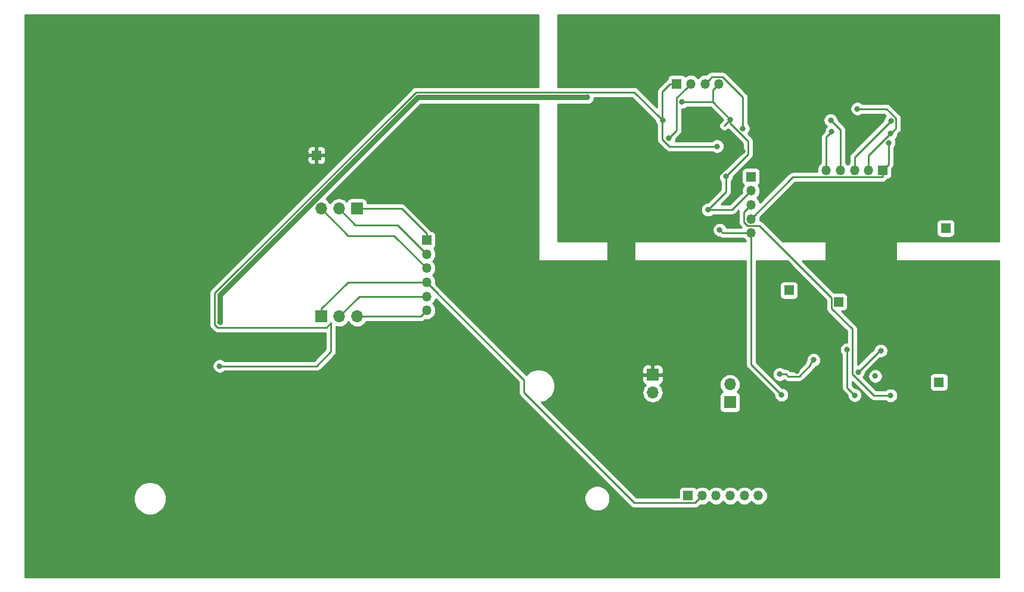
<source format=gbr>
G04 #@! TF.GenerationSoftware,KiCad,Pcbnew,(5.1.0)-1*
G04 #@! TF.CreationDate,2019-12-18T17:57:52-04:00*
G04 #@! TF.ProjectId,Main,4d61696e-2e6b-4696-9361-645f70636258,rev?*
G04 #@! TF.SameCoordinates,Original*
G04 #@! TF.FileFunction,Copper,L2,Bot*
G04 #@! TF.FilePolarity,Positive*
%FSLAX46Y46*%
G04 Gerber Fmt 4.6, Leading zero omitted, Abs format (unit mm)*
G04 Created by KiCad (PCBNEW (5.1.0)-1) date 2019-12-18 17:57:52*
%MOMM*%
%LPD*%
G04 APERTURE LIST*
%ADD10O,1.350000X1.350000*%
%ADD11R,1.350000X1.350000*%
%ADD12O,1.700000X1.700000*%
%ADD13R,1.700000X1.700000*%
%ADD14C,0.800000*%
%ADD15C,0.750000*%
%ADD16C,0.250000*%
%ADD17C,4.000000*%
%ADD18C,0.254000*%
G04 APERTURE END LIST*
D10*
X182753000Y-70801500D03*
X182753000Y-68801500D03*
X182753000Y-66801500D03*
X182753000Y-64801500D03*
D11*
X182753000Y-62801500D03*
D10*
X178212000Y-49593500D03*
X176212000Y-49593500D03*
X174212000Y-49593500D03*
D11*
X172212000Y-49593500D03*
X210426300Y-70116700D03*
D12*
X179768500Y-92329000D03*
D13*
X179768500Y-94869000D03*
D12*
X168795700Y-93484700D03*
D13*
X168795700Y-90944700D03*
D10*
X193460100Y-61861700D03*
X195460100Y-61861700D03*
X197460100Y-61861700D03*
X199460100Y-61861700D03*
D11*
X201460100Y-61861700D03*
X188163200Y-78943200D03*
D10*
X183812700Y-108153200D03*
X181812700Y-108153200D03*
X179812700Y-108153200D03*
X177812700Y-108153200D03*
X175812700Y-108153200D03*
D11*
X173812700Y-108153200D03*
X195211700Y-80594200D03*
X121043700Y-59753500D03*
D13*
X126784100Y-67319500D03*
D12*
X124244100Y-67319500D03*
X121704100Y-67319500D03*
X126827280Y-82669500D03*
X124287280Y-82669500D03*
D13*
X121747280Y-82669500D03*
D11*
X136690100Y-71819500D03*
D10*
X136690100Y-73819500D03*
X136690100Y-75819500D03*
X136690100Y-77819500D03*
X136690100Y-79819500D03*
X136690100Y-81819500D03*
D11*
X209461100Y-92003880D03*
D14*
X107300000Y-83500000D03*
X159500000Y-51500000D03*
X186829700Y-90881200D03*
X191655700Y-88849200D03*
X200418700Y-91135200D03*
X201196300Y-87531300D03*
X197970950Y-90573050D03*
X197866000Y-53149500D03*
X202587400Y-56683100D03*
X194081400Y-54775100D03*
X181610000Y-55943500D03*
X171069000Y-57340500D03*
X202630750Y-54861750D03*
X170200000Y-54800000D03*
X177927000Y-58483500D03*
X107286000Y-89714000D03*
X202311000Y-57975500D03*
X179832000Y-54673500D03*
X172924700Y-52182800D03*
X176657000Y-67500500D03*
X179208000Y-62762000D03*
X178308000Y-70358000D03*
X187096400Y-93814900D03*
X194218690Y-56415810D03*
X202590400Y-93891100D03*
X213448900Y-65341500D03*
X198704200Y-87769700D03*
X189268100Y-89365200D03*
X189268100Y-90449400D03*
X120307100Y-87312500D03*
X175018700Y-104597200D03*
X192544700Y-94089220D03*
X203542900Y-67881500D03*
X176566300Y-64162200D03*
X164338000Y-60960000D03*
X172720000Y-60198000D03*
X188264000Y-49834000D03*
X202627750Y-51751750D03*
X181610000Y-59182000D03*
X111500000Y-94700000D03*
X197497700Y-93865200D03*
X196418200Y-87388700D03*
D15*
X107300000Y-82934315D02*
X107300000Y-83500000D01*
X107300000Y-79614598D02*
X107300000Y-82934315D01*
X135414598Y-51500000D02*
X107300000Y-79614598D01*
X159500000Y-51500000D02*
X135414598Y-51500000D01*
D16*
X127137280Y-79819500D02*
X136690100Y-79819500D01*
X124287280Y-82669500D02*
X127137280Y-79819500D01*
X191255701Y-89249199D02*
X191655700Y-88849200D01*
X191255701Y-89534801D02*
X191255701Y-89249199D01*
X189616101Y-91174401D02*
X191255701Y-89534801D01*
X188056499Y-91174401D02*
X189616101Y-91174401D01*
X187763298Y-90881200D02*
X188056499Y-91174401D01*
X186829700Y-90881200D02*
X187763298Y-90881200D01*
X201012700Y-87531300D02*
X201196300Y-87531300D01*
X197970950Y-90573050D02*
X201012700Y-87531300D01*
X199460100Y-60907106D02*
X199460100Y-61861700D01*
X199460100Y-59753398D02*
X199460100Y-60907106D01*
X202130399Y-57083099D02*
X199460100Y-59753398D01*
X202187401Y-57083099D02*
X202130399Y-57083099D01*
X202587400Y-56683100D02*
X202187401Y-57083099D01*
X202987399Y-56283101D02*
X202587400Y-56683100D01*
X203355751Y-55914749D02*
X202987399Y-56283101D01*
X203355751Y-54513749D02*
X203355751Y-55914749D01*
X201991502Y-53149500D02*
X202627501Y-53785499D01*
X197866000Y-53149500D02*
X201991502Y-53149500D01*
X202627501Y-53785499D02*
X203355751Y-54513749D01*
X195460100Y-56153800D02*
X195460100Y-61861700D01*
X194081400Y-54775100D02*
X195460100Y-56153800D01*
X176886999Y-48918501D02*
X176212000Y-49593500D01*
X177212001Y-48593499D02*
X176886999Y-48918501D01*
X178692001Y-48593499D02*
X177212001Y-48593499D01*
X181610000Y-51511498D02*
X178692001Y-48593499D01*
X181610000Y-55943500D02*
X181610000Y-51511498D01*
X173537001Y-50268499D02*
X174212000Y-49593500D01*
X172199699Y-51605801D02*
X173537001Y-50268499D01*
X172199699Y-56209801D02*
X172199699Y-51605801D01*
X171069000Y-57340500D02*
X172199699Y-56209801D01*
X197460100Y-60032400D02*
X197460100Y-61861700D01*
X202630750Y-54861750D02*
X197460100Y-60032400D01*
X171287000Y-49593500D02*
X172212000Y-49593500D01*
X170180000Y-50700500D02*
X171287000Y-49593500D01*
X170180000Y-54419500D02*
X170180000Y-50700500D01*
X170180000Y-54985185D02*
X170180000Y-54419500D01*
X170180000Y-57524502D02*
X170180000Y-54985185D01*
X171138998Y-58483500D02*
X170180000Y-57524502D01*
X177927000Y-58483500D02*
X171138998Y-58483500D01*
X169800001Y-54400001D02*
X170200000Y-54800000D01*
X135149636Y-50774999D02*
X166174999Y-50774999D01*
X106574999Y-79349636D02*
X135149636Y-50774999D01*
X106574999Y-83848001D02*
X106574999Y-79349636D01*
X106951999Y-84225001D02*
X106574999Y-83848001D01*
X122476781Y-84225001D02*
X106951999Y-84225001D01*
X166174999Y-50774999D02*
X169800001Y-54400001D01*
X123112279Y-83589503D02*
X122476781Y-84225001D01*
X123112279Y-87640279D02*
X123112279Y-83589503D01*
X121038558Y-89714000D02*
X123112279Y-87640279D01*
X107286000Y-89714000D02*
X121038558Y-89714000D01*
X202311000Y-61010800D02*
X201460100Y-61861700D01*
X202311000Y-57975500D02*
X202311000Y-61010800D01*
X201460100Y-62786700D02*
X201460100Y-61861700D01*
X201385099Y-62861701D02*
X201460100Y-62786700D01*
X188692799Y-62861701D02*
X201385099Y-62861701D01*
X182753000Y-68801500D02*
X188692799Y-62861701D01*
X177341300Y-52182800D02*
X179832000Y-54673500D01*
X175210700Y-52182800D02*
X177341300Y-52182800D01*
X172924700Y-52182800D02*
X175210700Y-52182800D01*
X177341300Y-50464200D02*
X178212000Y-49593500D01*
X177341300Y-52182800D02*
X177341300Y-50464200D01*
X178975900Y-55529600D02*
X179832000Y-54673500D01*
X180054000Y-67500500D02*
X182753000Y-64801500D01*
X176657000Y-67500500D02*
X180054000Y-67500500D01*
X179208000Y-64949500D02*
X179208000Y-62762000D01*
X176657000Y-67500500D02*
X179208000Y-64949500D01*
X179832000Y-55239185D02*
X179832000Y-54673500D01*
X182335001Y-57742186D02*
X179832000Y-55239185D01*
X182335001Y-59634999D02*
X182335001Y-57742186D01*
X179208000Y-62762000D02*
X182335001Y-59634999D01*
X182753000Y-89471500D02*
X182753000Y-70801500D01*
X187096400Y-93814900D02*
X182753000Y-89471500D01*
X178751500Y-70801500D02*
X178308000Y-70358000D01*
X182753000Y-70801500D02*
X178751500Y-70801500D01*
X193460100Y-57174400D02*
X193460100Y-61861700D01*
X194218690Y-56415810D02*
X193460100Y-57174400D01*
X181752999Y-67801501D02*
X182078001Y-67476499D01*
X182078001Y-67476499D02*
X182753000Y-66801500D01*
X181752999Y-69281501D02*
X181752999Y-67801501D01*
X182272998Y-69801500D02*
X181752999Y-69281501D01*
X194211699Y-80038699D02*
X183974500Y-69801500D01*
X194211699Y-81529201D02*
X194211699Y-80038699D01*
X197143201Y-90818303D02*
X197143201Y-84460703D01*
X183974500Y-69801500D02*
X182272998Y-69801500D01*
X197143201Y-84460703D02*
X194211699Y-81529201D01*
X200215998Y-93891100D02*
X197143201Y-90818303D01*
X202590400Y-93891100D02*
X200215998Y-93891100D01*
X136690100Y-70894500D02*
X136690100Y-71819500D01*
X133115100Y-67319500D02*
X136690100Y-70894500D01*
X126784100Y-67319500D02*
X133115100Y-67319500D01*
X132530100Y-69659500D02*
X136690100Y-73819500D01*
X124244100Y-67319500D02*
X126584100Y-69659500D01*
X126584100Y-69659500D02*
X132530100Y-69659500D01*
X121704100Y-67319500D02*
X125568100Y-71183500D01*
X132054100Y-71183500D02*
X136690100Y-75819500D01*
X125568100Y-71183500D02*
X132054100Y-71183500D01*
X135840100Y-82669500D02*
X136690100Y-81819500D01*
X126827280Y-82669500D02*
X135840100Y-82669500D01*
X181546500Y-59182000D02*
X181610000Y-59182000D01*
X176566300Y-64162200D02*
X181546500Y-59182000D01*
D17*
X164338000Y-60960000D02*
X164338000Y-77089000D01*
D16*
X196418200Y-92785700D02*
X197497700Y-93865200D01*
X196418200Y-87388700D02*
X196418200Y-92785700D01*
X135735506Y-77819500D02*
X136690100Y-77819500D01*
X125497280Y-77819500D02*
X135735506Y-77819500D01*
X121747280Y-81569500D02*
X125497280Y-77819500D01*
X121747280Y-82669500D02*
X121747280Y-81569500D01*
X136690100Y-77819500D02*
X150530699Y-91660099D01*
X175137701Y-108828199D02*
X175812700Y-108153200D01*
X174812699Y-109153201D02*
X175137701Y-108828199D01*
X166166699Y-109153201D02*
X174812699Y-109153201D01*
X150530699Y-93517201D02*
X166166699Y-109153201D01*
X150530699Y-91660099D02*
X150530699Y-93517201D01*
D18*
G36*
X152527000Y-50014999D02*
G01*
X135186958Y-50014999D01*
X135149635Y-50011323D01*
X135112312Y-50014999D01*
X135112303Y-50014999D01*
X135000650Y-50025996D01*
X134857389Y-50069453D01*
X134725360Y-50140025D01*
X134609635Y-50234998D01*
X134585837Y-50263996D01*
X106063997Y-78785837D01*
X106034999Y-78809635D01*
X106011201Y-78838633D01*
X106011200Y-78838634D01*
X105940025Y-78925360D01*
X105869453Y-79057390D01*
X105825997Y-79200651D01*
X105811323Y-79349636D01*
X105815000Y-79386968D01*
X105814999Y-83810678D01*
X105811323Y-83848001D01*
X105814999Y-83885323D01*
X105814999Y-83885333D01*
X105825996Y-83996986D01*
X105857398Y-84100506D01*
X105869453Y-84140247D01*
X105940025Y-84272277D01*
X105966008Y-84303937D01*
X106034998Y-84388002D01*
X106064002Y-84411805D01*
X106388195Y-84735998D01*
X106411998Y-84765002D01*
X106527723Y-84859975D01*
X106574502Y-84884979D01*
X106659752Y-84930547D01*
X106803013Y-84974004D01*
X106951999Y-84988678D01*
X106989332Y-84985001D01*
X122352280Y-84985001D01*
X122352279Y-87325477D01*
X120723757Y-88954000D01*
X107989711Y-88954000D01*
X107945774Y-88910063D01*
X107776256Y-88796795D01*
X107587898Y-88718774D01*
X107387939Y-88679000D01*
X107184061Y-88679000D01*
X106984102Y-88718774D01*
X106795744Y-88796795D01*
X106626226Y-88910063D01*
X106482063Y-89054226D01*
X106368795Y-89223744D01*
X106290774Y-89412102D01*
X106251000Y-89612061D01*
X106251000Y-89815939D01*
X106290774Y-90015898D01*
X106368795Y-90204256D01*
X106482063Y-90373774D01*
X106626226Y-90517937D01*
X106795744Y-90631205D01*
X106984102Y-90709226D01*
X107184061Y-90749000D01*
X107387939Y-90749000D01*
X107587898Y-90709226D01*
X107776256Y-90631205D01*
X107945774Y-90517937D01*
X107989711Y-90474000D01*
X121001236Y-90474000D01*
X121038558Y-90477676D01*
X121075880Y-90474000D01*
X121075891Y-90474000D01*
X121187544Y-90463003D01*
X121330805Y-90419546D01*
X121462834Y-90348974D01*
X121578559Y-90254001D01*
X121602362Y-90224997D01*
X123623283Y-88204077D01*
X123652280Y-88180280D01*
X123747253Y-88064555D01*
X123817825Y-87932526D01*
X123861282Y-87789265D01*
X123872279Y-87677612D01*
X123872279Y-87677603D01*
X123875955Y-87640280D01*
X123872279Y-87602957D01*
X123872279Y-84095431D01*
X123996169Y-84133013D01*
X124214330Y-84154500D01*
X124360230Y-84154500D01*
X124578391Y-84133013D01*
X124858314Y-84048099D01*
X125116294Y-83910206D01*
X125342414Y-83724634D01*
X125527986Y-83498514D01*
X125557280Y-83443709D01*
X125586574Y-83498514D01*
X125772146Y-83724634D01*
X125998266Y-83910206D01*
X126256246Y-84048099D01*
X126536169Y-84133013D01*
X126754330Y-84154500D01*
X126900230Y-84154500D01*
X127118391Y-84133013D01*
X127398314Y-84048099D01*
X127656294Y-83910206D01*
X127882414Y-83724634D01*
X128067986Y-83498514D01*
X128104875Y-83429500D01*
X135802778Y-83429500D01*
X135840100Y-83433176D01*
X135877422Y-83429500D01*
X135877433Y-83429500D01*
X135989086Y-83418503D01*
X136132347Y-83375046D01*
X136264376Y-83304474D01*
X136380101Y-83209501D01*
X136403903Y-83180498D01*
X136470219Y-83114182D01*
X136625749Y-83129500D01*
X136754451Y-83129500D01*
X136946905Y-83110545D01*
X137193841Y-83035638D01*
X137421418Y-82913995D01*
X137620892Y-82750292D01*
X137784595Y-82550818D01*
X137906238Y-82323241D01*
X137981145Y-82076305D01*
X138006438Y-81819500D01*
X137981145Y-81562695D01*
X137906238Y-81315759D01*
X137784595Y-81088182D01*
X137620892Y-80888708D01*
X137536561Y-80819500D01*
X137620892Y-80750292D01*
X137784595Y-80550818D01*
X137906238Y-80323241D01*
X137955766Y-80159967D01*
X149770699Y-91974901D01*
X149770700Y-93479869D01*
X149767023Y-93517201D01*
X149770700Y-93554534D01*
X149781532Y-93664506D01*
X149781697Y-93666186D01*
X149825153Y-93809447D01*
X149895725Y-93941477D01*
X149959347Y-94019000D01*
X149990699Y-94057202D01*
X150019697Y-94081000D01*
X165602900Y-109664204D01*
X165626698Y-109693202D01*
X165742423Y-109788175D01*
X165874452Y-109858747D01*
X166017713Y-109902204D01*
X166129366Y-109913201D01*
X166129375Y-109913201D01*
X166166698Y-109916877D01*
X166204021Y-109913201D01*
X174775377Y-109913201D01*
X174812699Y-109916877D01*
X174850021Y-109913201D01*
X174850032Y-109913201D01*
X174961685Y-109902204D01*
X175104946Y-109858747D01*
X175236975Y-109788175D01*
X175352700Y-109693202D01*
X175376503Y-109664198D01*
X175592819Y-109447882D01*
X175748349Y-109463200D01*
X175877051Y-109463200D01*
X176069505Y-109444245D01*
X176316441Y-109369338D01*
X176544018Y-109247695D01*
X176743492Y-109083992D01*
X176812700Y-108999661D01*
X176881908Y-109083992D01*
X177081382Y-109247695D01*
X177308959Y-109369338D01*
X177555895Y-109444245D01*
X177748349Y-109463200D01*
X177877051Y-109463200D01*
X178069505Y-109444245D01*
X178316441Y-109369338D01*
X178544018Y-109247695D01*
X178743492Y-109083992D01*
X178812700Y-108999661D01*
X178881908Y-109083992D01*
X179081382Y-109247695D01*
X179308959Y-109369338D01*
X179555895Y-109444245D01*
X179748349Y-109463200D01*
X179877051Y-109463200D01*
X180069505Y-109444245D01*
X180316441Y-109369338D01*
X180544018Y-109247695D01*
X180743492Y-109083992D01*
X180812700Y-108999661D01*
X180881908Y-109083992D01*
X181081382Y-109247695D01*
X181308959Y-109369338D01*
X181555895Y-109444245D01*
X181748349Y-109463200D01*
X181877051Y-109463200D01*
X182069505Y-109444245D01*
X182316441Y-109369338D01*
X182544018Y-109247695D01*
X182743492Y-109083992D01*
X182812700Y-108999661D01*
X182881908Y-109083992D01*
X183081382Y-109247695D01*
X183308959Y-109369338D01*
X183555895Y-109444245D01*
X183748349Y-109463200D01*
X183877051Y-109463200D01*
X184069505Y-109444245D01*
X184316441Y-109369338D01*
X184544018Y-109247695D01*
X184743492Y-109083992D01*
X184907195Y-108884518D01*
X185028838Y-108656941D01*
X185103745Y-108410005D01*
X185129038Y-108153200D01*
X185103745Y-107896395D01*
X185028838Y-107649459D01*
X184907195Y-107421882D01*
X184743492Y-107222408D01*
X184544018Y-107058705D01*
X184316441Y-106937062D01*
X184069505Y-106862155D01*
X183877051Y-106843200D01*
X183748349Y-106843200D01*
X183555895Y-106862155D01*
X183308959Y-106937062D01*
X183081382Y-107058705D01*
X182881908Y-107222408D01*
X182812700Y-107306739D01*
X182743492Y-107222408D01*
X182544018Y-107058705D01*
X182316441Y-106937062D01*
X182069505Y-106862155D01*
X181877051Y-106843200D01*
X181748349Y-106843200D01*
X181555895Y-106862155D01*
X181308959Y-106937062D01*
X181081382Y-107058705D01*
X180881908Y-107222408D01*
X180812700Y-107306739D01*
X180743492Y-107222408D01*
X180544018Y-107058705D01*
X180316441Y-106937062D01*
X180069505Y-106862155D01*
X179877051Y-106843200D01*
X179748349Y-106843200D01*
X179555895Y-106862155D01*
X179308959Y-106937062D01*
X179081382Y-107058705D01*
X178881908Y-107222408D01*
X178812700Y-107306739D01*
X178743492Y-107222408D01*
X178544018Y-107058705D01*
X178316441Y-106937062D01*
X178069505Y-106862155D01*
X177877051Y-106843200D01*
X177748349Y-106843200D01*
X177555895Y-106862155D01*
X177308959Y-106937062D01*
X177081382Y-107058705D01*
X176881908Y-107222408D01*
X176812700Y-107306739D01*
X176743492Y-107222408D01*
X176544018Y-107058705D01*
X176316441Y-106937062D01*
X176069505Y-106862155D01*
X175877051Y-106843200D01*
X175748349Y-106843200D01*
X175555895Y-106862155D01*
X175308959Y-106937062D01*
X175081382Y-107058705D01*
X175011774Y-107115831D01*
X174938885Y-107027015D01*
X174842194Y-106947663D01*
X174731880Y-106888698D01*
X174612182Y-106852388D01*
X174487700Y-106840128D01*
X173137700Y-106840128D01*
X173013218Y-106852388D01*
X172893520Y-106888698D01*
X172783206Y-106947663D01*
X172686515Y-107027015D01*
X172607163Y-107123706D01*
X172548198Y-107234020D01*
X172511888Y-107353718D01*
X172499628Y-107478200D01*
X172499628Y-108393201D01*
X166481501Y-108393201D01*
X152953566Y-94865267D01*
X153269087Y-94802506D01*
X153698579Y-94624605D01*
X154085112Y-94366332D01*
X154413832Y-94037612D01*
X154672105Y-93651079D01*
X154741021Y-93484700D01*
X167303515Y-93484700D01*
X167332187Y-93775811D01*
X167417101Y-94055734D01*
X167554994Y-94313714D01*
X167740566Y-94539834D01*
X167966686Y-94725406D01*
X168224666Y-94863299D01*
X168504589Y-94948213D01*
X168722750Y-94969700D01*
X168868650Y-94969700D01*
X169086811Y-94948213D01*
X169366734Y-94863299D01*
X169624714Y-94725406D01*
X169850834Y-94539834D01*
X170036406Y-94313714D01*
X170174299Y-94055734D01*
X170259213Y-93775811D01*
X170287885Y-93484700D01*
X170259213Y-93193589D01*
X170174299Y-92913666D01*
X170036406Y-92655686D01*
X169850834Y-92429566D01*
X169821013Y-92405093D01*
X169889880Y-92384202D01*
X169993154Y-92329000D01*
X178276315Y-92329000D01*
X178304987Y-92620111D01*
X178389901Y-92900034D01*
X178527794Y-93158014D01*
X178713366Y-93384134D01*
X178743187Y-93408607D01*
X178674320Y-93429498D01*
X178564006Y-93488463D01*
X178467315Y-93567815D01*
X178387963Y-93664506D01*
X178328998Y-93774820D01*
X178292688Y-93894518D01*
X178280428Y-94019000D01*
X178280428Y-95719000D01*
X178292688Y-95843482D01*
X178328998Y-95963180D01*
X178387963Y-96073494D01*
X178467315Y-96170185D01*
X178564006Y-96249537D01*
X178674320Y-96308502D01*
X178794018Y-96344812D01*
X178918500Y-96357072D01*
X180618500Y-96357072D01*
X180742982Y-96344812D01*
X180862680Y-96308502D01*
X180972994Y-96249537D01*
X181069685Y-96170185D01*
X181149037Y-96073494D01*
X181208002Y-95963180D01*
X181244312Y-95843482D01*
X181256572Y-95719000D01*
X181256572Y-94019000D01*
X181244312Y-93894518D01*
X181208002Y-93774820D01*
X181149037Y-93664506D01*
X181069685Y-93567815D01*
X180972994Y-93488463D01*
X180862680Y-93429498D01*
X180793813Y-93408607D01*
X180823634Y-93384134D01*
X181009206Y-93158014D01*
X181147099Y-92900034D01*
X181232013Y-92620111D01*
X181260685Y-92329000D01*
X181232013Y-92037889D01*
X181147099Y-91757966D01*
X181009206Y-91499986D01*
X180823634Y-91273866D01*
X180597514Y-91088294D01*
X180339534Y-90950401D01*
X180059611Y-90865487D01*
X179841450Y-90844000D01*
X179695550Y-90844000D01*
X179477389Y-90865487D01*
X179197466Y-90950401D01*
X178939486Y-91088294D01*
X178713366Y-91273866D01*
X178527794Y-91499986D01*
X178389901Y-91757966D01*
X178304987Y-92037889D01*
X178276315Y-92329000D01*
X169993154Y-92329000D01*
X170000194Y-92325237D01*
X170096885Y-92245885D01*
X170176237Y-92149194D01*
X170235202Y-92038880D01*
X170271512Y-91919182D01*
X170283772Y-91794700D01*
X170280700Y-91230450D01*
X170121950Y-91071700D01*
X168922700Y-91071700D01*
X168922700Y-91091700D01*
X168668700Y-91091700D01*
X168668700Y-91071700D01*
X167469450Y-91071700D01*
X167310700Y-91230450D01*
X167307628Y-91794700D01*
X167319888Y-91919182D01*
X167356198Y-92038880D01*
X167415163Y-92149194D01*
X167494515Y-92245885D01*
X167591206Y-92325237D01*
X167701520Y-92384202D01*
X167770387Y-92405093D01*
X167740566Y-92429566D01*
X167554994Y-92655686D01*
X167417101Y-92913666D01*
X167332187Y-93193589D01*
X167303515Y-93484700D01*
X154741021Y-93484700D01*
X154850006Y-93221587D01*
X154940700Y-92765640D01*
X154940700Y-92300760D01*
X154850006Y-91844813D01*
X154672105Y-91415321D01*
X154413832Y-91028788D01*
X154085112Y-90700068D01*
X153698579Y-90441795D01*
X153269087Y-90263894D01*
X152813140Y-90173200D01*
X152348260Y-90173200D01*
X151892313Y-90263894D01*
X151462821Y-90441795D01*
X151076288Y-90700068D01*
X150860879Y-90915477D01*
X150040102Y-90094700D01*
X167307628Y-90094700D01*
X167310700Y-90658950D01*
X167469450Y-90817700D01*
X168668700Y-90817700D01*
X168668700Y-89618450D01*
X168922700Y-89618450D01*
X168922700Y-90817700D01*
X170121950Y-90817700D01*
X170280700Y-90658950D01*
X170283772Y-90094700D01*
X170271512Y-89970218D01*
X170235202Y-89850520D01*
X170176237Y-89740206D01*
X170096885Y-89643515D01*
X170000194Y-89564163D01*
X169889880Y-89505198D01*
X169770182Y-89468888D01*
X169645700Y-89456628D01*
X169081450Y-89459700D01*
X168922700Y-89618450D01*
X168668700Y-89618450D01*
X168509950Y-89459700D01*
X167945700Y-89456628D01*
X167821218Y-89468888D01*
X167701520Y-89505198D01*
X167591206Y-89564163D01*
X167494515Y-89643515D01*
X167415163Y-89740206D01*
X167356198Y-89850520D01*
X167319888Y-89970218D01*
X167307628Y-90094700D01*
X150040102Y-90094700D01*
X137984782Y-78039381D01*
X138006438Y-77819500D01*
X137981145Y-77562695D01*
X137906238Y-77315759D01*
X137784595Y-77088182D01*
X137620892Y-76888708D01*
X137536561Y-76819500D01*
X137620892Y-76750292D01*
X137784595Y-76550818D01*
X137906238Y-76323241D01*
X137981145Y-76076305D01*
X138006438Y-75819500D01*
X137981145Y-75562695D01*
X137906238Y-75315759D01*
X137784595Y-75088182D01*
X137620892Y-74888708D01*
X137536561Y-74819500D01*
X137620892Y-74750292D01*
X137784595Y-74550818D01*
X137906238Y-74323241D01*
X137981145Y-74076305D01*
X138006438Y-73819500D01*
X137981145Y-73562695D01*
X137906238Y-73315759D01*
X137784595Y-73088182D01*
X137727469Y-73018574D01*
X137816285Y-72945685D01*
X137895637Y-72848994D01*
X137954602Y-72738680D01*
X137990912Y-72618982D01*
X138003172Y-72494500D01*
X138003172Y-71144500D01*
X137990912Y-71020018D01*
X137954602Y-70900320D01*
X137895637Y-70790006D01*
X137816285Y-70693315D01*
X137719594Y-70613963D01*
X137609280Y-70554998D01*
X137489582Y-70518688D01*
X137365100Y-70506428D01*
X137344426Y-70506428D01*
X137325074Y-70470224D01*
X137297376Y-70436474D01*
X137253899Y-70383496D01*
X137253895Y-70383492D01*
X137230101Y-70354499D01*
X137201109Y-70330706D01*
X133678904Y-66808503D01*
X133655101Y-66779499D01*
X133539376Y-66684526D01*
X133407347Y-66613954D01*
X133264086Y-66570497D01*
X133152433Y-66559500D01*
X133152422Y-66559500D01*
X133115100Y-66555824D01*
X133077778Y-66559500D01*
X128272172Y-66559500D01*
X128272172Y-66469500D01*
X128259912Y-66345018D01*
X128223602Y-66225320D01*
X128164637Y-66115006D01*
X128085285Y-66018315D01*
X127988594Y-65938963D01*
X127878280Y-65879998D01*
X127758582Y-65843688D01*
X127634100Y-65831428D01*
X125934100Y-65831428D01*
X125809618Y-65843688D01*
X125689920Y-65879998D01*
X125579606Y-65938963D01*
X125482915Y-66018315D01*
X125403563Y-66115006D01*
X125344598Y-66225320D01*
X125323707Y-66294187D01*
X125299234Y-66264366D01*
X125073114Y-66078794D01*
X124815134Y-65940901D01*
X124535211Y-65855987D01*
X124317050Y-65834500D01*
X124171150Y-65834500D01*
X123952989Y-65855987D01*
X123673066Y-65940901D01*
X123415086Y-66078794D01*
X123188966Y-66264366D01*
X123003394Y-66490486D01*
X122974100Y-66545291D01*
X122944806Y-66490486D01*
X122759234Y-66264366D01*
X122533114Y-66078794D01*
X122357843Y-65985110D01*
X135832954Y-52510000D01*
X152527000Y-52510000D01*
X152527000Y-74676000D01*
X152529440Y-74700776D01*
X152536667Y-74724601D01*
X152548403Y-74746557D01*
X152564197Y-74765803D01*
X152583443Y-74781597D01*
X152605399Y-74793333D01*
X152629224Y-74800560D01*
X152654000Y-74803000D01*
X181993001Y-74803000D01*
X181993000Y-89434178D01*
X181989324Y-89471500D01*
X181993000Y-89508822D01*
X181993000Y-89508832D01*
X182003997Y-89620485D01*
X182047454Y-89763746D01*
X182118026Y-89895776D01*
X182157871Y-89944326D01*
X182212999Y-90011501D01*
X182242003Y-90035304D01*
X186061400Y-93854702D01*
X186061400Y-93916839D01*
X186101174Y-94116798D01*
X186179195Y-94305156D01*
X186292463Y-94474674D01*
X186436626Y-94618837D01*
X186606144Y-94732105D01*
X186794502Y-94810126D01*
X186994461Y-94849900D01*
X187198339Y-94849900D01*
X187398298Y-94810126D01*
X187586656Y-94732105D01*
X187756174Y-94618837D01*
X187900337Y-94474674D01*
X188013605Y-94305156D01*
X188091626Y-94116798D01*
X188131400Y-93916839D01*
X188131400Y-93712961D01*
X188091626Y-93513002D01*
X188013605Y-93324644D01*
X187900337Y-93155126D01*
X187756174Y-93010963D01*
X187586656Y-92897695D01*
X187398298Y-92819674D01*
X187198339Y-92779900D01*
X187136202Y-92779900D01*
X185135563Y-90779261D01*
X185794700Y-90779261D01*
X185794700Y-90983139D01*
X185834474Y-91183098D01*
X185912495Y-91371456D01*
X186025763Y-91540974D01*
X186169926Y-91685137D01*
X186339444Y-91798405D01*
X186527802Y-91876426D01*
X186727761Y-91916200D01*
X186931639Y-91916200D01*
X187131598Y-91876426D01*
X187319956Y-91798405D01*
X187489474Y-91685137D01*
X187490954Y-91683657D01*
X187492695Y-91685398D01*
X187516498Y-91714402D01*
X187632223Y-91809375D01*
X187764252Y-91879947D01*
X187907513Y-91923404D01*
X188019166Y-91934401D01*
X188019176Y-91934401D01*
X188056499Y-91938077D01*
X188093822Y-91934401D01*
X189578779Y-91934401D01*
X189616101Y-91938077D01*
X189653423Y-91934401D01*
X189653434Y-91934401D01*
X189765087Y-91923404D01*
X189908348Y-91879947D01*
X190040377Y-91809375D01*
X190156102Y-91714402D01*
X190179905Y-91685398D01*
X191766705Y-90098599D01*
X191795702Y-90074802D01*
X191890675Y-89959077D01*
X191951287Y-89845681D01*
X191957598Y-89844426D01*
X192145956Y-89766405D01*
X192315474Y-89653137D01*
X192459637Y-89508974D01*
X192572905Y-89339456D01*
X192650926Y-89151098D01*
X192690700Y-88951139D01*
X192690700Y-88747261D01*
X192650926Y-88547302D01*
X192572905Y-88358944D01*
X192459637Y-88189426D01*
X192315474Y-88045263D01*
X192145956Y-87931995D01*
X191957598Y-87853974D01*
X191757639Y-87814200D01*
X191553761Y-87814200D01*
X191353802Y-87853974D01*
X191165444Y-87931995D01*
X190995926Y-88045263D01*
X190851763Y-88189426D01*
X190738495Y-88358944D01*
X190660474Y-88547302D01*
X190620700Y-88747261D01*
X190620700Y-88824974D01*
X190550155Y-88956952D01*
X190506698Y-89100213D01*
X190495701Y-89211866D01*
X190495701Y-89211877D01*
X190494814Y-89220887D01*
X189301300Y-90414401D01*
X188371300Y-90414401D01*
X188327102Y-90370203D01*
X188303299Y-90341199D01*
X188187574Y-90246226D01*
X188055545Y-90175654D01*
X187912284Y-90132197D01*
X187800631Y-90121200D01*
X187800620Y-90121200D01*
X187763298Y-90117524D01*
X187725976Y-90121200D01*
X187533411Y-90121200D01*
X187489474Y-90077263D01*
X187319956Y-89963995D01*
X187131598Y-89885974D01*
X186931639Y-89846200D01*
X186727761Y-89846200D01*
X186527802Y-89885974D01*
X186339444Y-89963995D01*
X186169926Y-90077263D01*
X186025763Y-90221426D01*
X185912495Y-90390944D01*
X185834474Y-90579302D01*
X185794700Y-90779261D01*
X185135563Y-90779261D01*
X183513000Y-89156699D01*
X183513000Y-78268200D01*
X186850128Y-78268200D01*
X186850128Y-79618200D01*
X186862388Y-79742682D01*
X186898698Y-79862380D01*
X186957663Y-79972694D01*
X187037015Y-80069385D01*
X187133706Y-80148737D01*
X187244020Y-80207702D01*
X187363718Y-80244012D01*
X187488200Y-80256272D01*
X188838200Y-80256272D01*
X188962682Y-80244012D01*
X189082380Y-80207702D01*
X189192694Y-80148737D01*
X189289385Y-80069385D01*
X189368737Y-79972694D01*
X189427702Y-79862380D01*
X189464012Y-79742682D01*
X189476272Y-79618200D01*
X189476272Y-78268200D01*
X189464012Y-78143718D01*
X189427702Y-78024020D01*
X189368737Y-77913706D01*
X189289385Y-77817015D01*
X189192694Y-77737663D01*
X189082380Y-77678698D01*
X188962682Y-77642388D01*
X188838200Y-77630128D01*
X187488200Y-77630128D01*
X187363718Y-77642388D01*
X187244020Y-77678698D01*
X187133706Y-77737663D01*
X187037015Y-77817015D01*
X186957663Y-77913706D01*
X186898698Y-78024020D01*
X186862388Y-78143718D01*
X186850128Y-78268200D01*
X183513000Y-78268200D01*
X183513000Y-74803000D01*
X187901199Y-74803000D01*
X193451700Y-80353502D01*
X193451699Y-81491878D01*
X193448023Y-81529201D01*
X193451699Y-81566523D01*
X193451699Y-81566533D01*
X193462696Y-81678186D01*
X193505562Y-81819500D01*
X193506153Y-81821447D01*
X193576725Y-81953477D01*
X193589043Y-81968486D01*
X193671698Y-82069202D01*
X193700702Y-82093005D01*
X196383202Y-84775506D01*
X196383202Y-86353700D01*
X196316261Y-86353700D01*
X196116302Y-86393474D01*
X195927944Y-86471495D01*
X195758426Y-86584763D01*
X195614263Y-86728926D01*
X195500995Y-86898444D01*
X195422974Y-87086802D01*
X195383200Y-87286761D01*
X195383200Y-87490639D01*
X195422974Y-87690598D01*
X195500995Y-87878956D01*
X195614263Y-88048474D01*
X195658200Y-88092411D01*
X195658201Y-92748368D01*
X195654524Y-92785700D01*
X195658201Y-92823033D01*
X195669198Y-92934686D01*
X195681092Y-92973895D01*
X195712654Y-93077946D01*
X195783226Y-93209976D01*
X195854401Y-93296702D01*
X195878200Y-93325701D01*
X195907198Y-93349499D01*
X196462700Y-93905002D01*
X196462700Y-93967139D01*
X196502474Y-94167098D01*
X196580495Y-94355456D01*
X196693763Y-94524974D01*
X196837926Y-94669137D01*
X197007444Y-94782405D01*
X197195802Y-94860426D01*
X197395761Y-94900200D01*
X197599639Y-94900200D01*
X197799598Y-94860426D01*
X197987956Y-94782405D01*
X198157474Y-94669137D01*
X198301637Y-94524974D01*
X198414905Y-94355456D01*
X198492926Y-94167098D01*
X198532700Y-93967139D01*
X198532700Y-93763261D01*
X198492926Y-93563302D01*
X198414905Y-93374944D01*
X198301637Y-93205426D01*
X198157474Y-93061263D01*
X197987956Y-92947995D01*
X197799598Y-92869974D01*
X197599639Y-92830200D01*
X197537502Y-92830200D01*
X197178200Y-92470899D01*
X197178200Y-91928103D01*
X199652199Y-94402103D01*
X199675997Y-94431101D01*
X199791722Y-94526074D01*
X199923751Y-94596646D01*
X200067012Y-94640103D01*
X200178665Y-94651100D01*
X200178674Y-94651100D01*
X200215997Y-94654776D01*
X200253320Y-94651100D01*
X201886689Y-94651100D01*
X201930626Y-94695037D01*
X202100144Y-94808305D01*
X202288502Y-94886326D01*
X202488461Y-94926100D01*
X202692339Y-94926100D01*
X202892298Y-94886326D01*
X203080656Y-94808305D01*
X203250174Y-94695037D01*
X203394337Y-94550874D01*
X203507605Y-94381356D01*
X203585626Y-94192998D01*
X203625400Y-93993039D01*
X203625400Y-93789161D01*
X203585626Y-93589202D01*
X203507605Y-93400844D01*
X203394337Y-93231326D01*
X203250174Y-93087163D01*
X203080656Y-92973895D01*
X202892298Y-92895874D01*
X202692339Y-92856100D01*
X202488461Y-92856100D01*
X202288502Y-92895874D01*
X202100144Y-92973895D01*
X201930626Y-93087163D01*
X201886689Y-93131100D01*
X200530800Y-93131100D01*
X198703705Y-91304006D01*
X198774887Y-91232824D01*
X198888155Y-91063306D01*
X198900600Y-91033261D01*
X199383700Y-91033261D01*
X199383700Y-91237139D01*
X199423474Y-91437098D01*
X199501495Y-91625456D01*
X199614763Y-91794974D01*
X199758926Y-91939137D01*
X199928444Y-92052405D01*
X200116802Y-92130426D01*
X200316761Y-92170200D01*
X200520639Y-92170200D01*
X200720598Y-92130426D01*
X200908956Y-92052405D01*
X201078474Y-91939137D01*
X201222637Y-91794974D01*
X201335905Y-91625456D01*
X201413926Y-91437098D01*
X201435451Y-91328880D01*
X208148028Y-91328880D01*
X208148028Y-92678880D01*
X208160288Y-92803362D01*
X208196598Y-92923060D01*
X208255563Y-93033374D01*
X208334915Y-93130065D01*
X208431606Y-93209417D01*
X208541920Y-93268382D01*
X208661618Y-93304692D01*
X208786100Y-93316952D01*
X210136100Y-93316952D01*
X210260582Y-93304692D01*
X210380280Y-93268382D01*
X210490594Y-93209417D01*
X210587285Y-93130065D01*
X210666637Y-93033374D01*
X210725602Y-92923060D01*
X210761912Y-92803362D01*
X210774172Y-92678880D01*
X210774172Y-91328880D01*
X210761912Y-91204398D01*
X210725602Y-91084700D01*
X210666637Y-90974386D01*
X210587285Y-90877695D01*
X210490594Y-90798343D01*
X210380280Y-90739378D01*
X210260582Y-90703068D01*
X210136100Y-90690808D01*
X208786100Y-90690808D01*
X208661618Y-90703068D01*
X208541920Y-90739378D01*
X208431606Y-90798343D01*
X208334915Y-90877695D01*
X208255563Y-90974386D01*
X208196598Y-91084700D01*
X208160288Y-91204398D01*
X208148028Y-91328880D01*
X201435451Y-91328880D01*
X201453700Y-91237139D01*
X201453700Y-91033261D01*
X201413926Y-90833302D01*
X201335905Y-90644944D01*
X201222637Y-90475426D01*
X201078474Y-90331263D01*
X200908956Y-90217995D01*
X200720598Y-90139974D01*
X200520639Y-90100200D01*
X200316761Y-90100200D01*
X200116802Y-90139974D01*
X199928444Y-90217995D01*
X199758926Y-90331263D01*
X199614763Y-90475426D01*
X199501495Y-90644944D01*
X199423474Y-90833302D01*
X199383700Y-91033261D01*
X198900600Y-91033261D01*
X198966176Y-90874948D01*
X199005950Y-90674989D01*
X199005950Y-90612851D01*
X201059447Y-88559355D01*
X201094361Y-88566300D01*
X201298239Y-88566300D01*
X201498198Y-88526526D01*
X201686556Y-88448505D01*
X201856074Y-88335237D01*
X202000237Y-88191074D01*
X202113505Y-88021556D01*
X202191526Y-87833198D01*
X202231300Y-87633239D01*
X202231300Y-87429361D01*
X202191526Y-87229402D01*
X202113505Y-87041044D01*
X202000237Y-86871526D01*
X201856074Y-86727363D01*
X201686556Y-86614095D01*
X201498198Y-86536074D01*
X201298239Y-86496300D01*
X201094361Y-86496300D01*
X200894402Y-86536074D01*
X200706044Y-86614095D01*
X200536526Y-86727363D01*
X200392363Y-86871526D01*
X200279095Y-87041044D01*
X200201074Y-87229402D01*
X200191459Y-87277739D01*
X197931149Y-89538050D01*
X197903201Y-89538050D01*
X197903201Y-84498026D01*
X197906877Y-84460703D01*
X197903201Y-84423380D01*
X197903201Y-84423370D01*
X197892204Y-84311717D01*
X197848747Y-84168456D01*
X197816968Y-84109002D01*
X197778175Y-84036426D01*
X197707000Y-83949700D01*
X197683202Y-83920702D01*
X197654204Y-83896904D01*
X195664571Y-81907272D01*
X195886700Y-81907272D01*
X196011182Y-81895012D01*
X196130880Y-81858702D01*
X196241194Y-81799737D01*
X196337885Y-81720385D01*
X196417237Y-81623694D01*
X196476202Y-81513380D01*
X196512512Y-81393682D01*
X196524772Y-81269200D01*
X196524772Y-79919200D01*
X196512512Y-79794718D01*
X196476202Y-79675020D01*
X196417237Y-79564706D01*
X196337885Y-79468015D01*
X196241194Y-79388663D01*
X196130880Y-79329698D01*
X196011182Y-79293388D01*
X195886700Y-79281128D01*
X194536700Y-79281128D01*
X194529627Y-79281825D01*
X190050802Y-74803000D01*
X193294000Y-74803000D01*
X193318776Y-74800560D01*
X193342601Y-74793333D01*
X193364557Y-74781597D01*
X193383803Y-74765803D01*
X193399597Y-74746557D01*
X193411333Y-74724601D01*
X193418560Y-74700776D01*
X193421000Y-74676000D01*
X193421000Y-72136000D01*
X193418560Y-72111224D01*
X193411333Y-72087399D01*
X193399597Y-72065443D01*
X193383803Y-72046197D01*
X193364557Y-72030403D01*
X193342601Y-72018667D01*
X193318776Y-72011440D01*
X193294000Y-72009000D01*
X187256801Y-72009000D01*
X184689501Y-69441700D01*
X209113228Y-69441700D01*
X209113228Y-70791700D01*
X209125488Y-70916182D01*
X209161798Y-71035880D01*
X209220763Y-71146194D01*
X209300115Y-71242885D01*
X209396806Y-71322237D01*
X209507120Y-71381202D01*
X209626818Y-71417512D01*
X209751300Y-71429772D01*
X211101300Y-71429772D01*
X211225782Y-71417512D01*
X211345480Y-71381202D01*
X211455794Y-71322237D01*
X211552485Y-71242885D01*
X211631837Y-71146194D01*
X211690802Y-71035880D01*
X211727112Y-70916182D01*
X211739372Y-70791700D01*
X211739372Y-69441700D01*
X211727112Y-69317218D01*
X211690802Y-69197520D01*
X211631837Y-69087206D01*
X211552485Y-68990515D01*
X211455794Y-68911163D01*
X211345480Y-68852198D01*
X211225782Y-68815888D01*
X211101300Y-68803628D01*
X209751300Y-68803628D01*
X209626818Y-68815888D01*
X209507120Y-68852198D01*
X209396806Y-68911163D01*
X209300115Y-68990515D01*
X209220763Y-69087206D01*
X209161798Y-69197520D01*
X209125488Y-69317218D01*
X209113228Y-69441700D01*
X184689501Y-69441700D01*
X184538304Y-69290503D01*
X184514501Y-69261499D01*
X184398776Y-69166526D01*
X184266747Y-69095954D01*
X184123486Y-69052497D01*
X184045375Y-69044804D01*
X184069338Y-68801500D01*
X184047682Y-68581619D01*
X189007601Y-63621701D01*
X201347777Y-63621701D01*
X201385099Y-63625377D01*
X201422421Y-63621701D01*
X201422432Y-63621701D01*
X201534085Y-63610704D01*
X201677346Y-63567247D01*
X201809375Y-63496675D01*
X201925100Y-63401702D01*
X201948901Y-63372701D01*
X201971102Y-63350500D01*
X202000101Y-63326701D01*
X202095074Y-63210976D01*
X202114426Y-63174772D01*
X202135100Y-63174772D01*
X202259582Y-63162512D01*
X202379280Y-63126202D01*
X202489594Y-63067237D01*
X202586285Y-62987885D01*
X202665637Y-62891194D01*
X202724602Y-62780880D01*
X202760912Y-62661182D01*
X202773172Y-62536700D01*
X202773172Y-61623430D01*
X202822003Y-61574599D01*
X202851001Y-61550801D01*
X202945974Y-61435076D01*
X203016546Y-61303047D01*
X203060003Y-61159786D01*
X203071000Y-61048133D01*
X203071000Y-61048124D01*
X203074676Y-61010801D01*
X203071000Y-60973478D01*
X203071000Y-58679211D01*
X203114937Y-58635274D01*
X203228205Y-58465756D01*
X203306226Y-58277398D01*
X203346000Y-58077439D01*
X203346000Y-57873561D01*
X203306226Y-57673602D01*
X203232899Y-57496575D01*
X203247174Y-57487037D01*
X203391337Y-57342874D01*
X203504605Y-57173356D01*
X203582626Y-56984998D01*
X203622400Y-56785039D01*
X203622400Y-56722901D01*
X203866753Y-56478549D01*
X203895752Y-56454750D01*
X203990725Y-56339025D01*
X204061297Y-56206996D01*
X204104754Y-56063735D01*
X204115751Y-55952082D01*
X204115751Y-55952073D01*
X204119427Y-55914750D01*
X204115751Y-55877427D01*
X204115751Y-54551071D01*
X204119427Y-54513748D01*
X204115751Y-54476425D01*
X204115751Y-54476416D01*
X204104754Y-54364763D01*
X204061297Y-54221502D01*
X204041519Y-54184500D01*
X203990725Y-54089472D01*
X203919550Y-54002746D01*
X203895752Y-53973748D01*
X203866755Y-53949951D01*
X203191309Y-53274506D01*
X203191300Y-53274495D01*
X202555305Y-52638502D01*
X202531503Y-52609499D01*
X202415778Y-52514526D01*
X202283749Y-52443954D01*
X202140488Y-52400497D01*
X202028835Y-52389500D01*
X202028824Y-52389500D01*
X201991502Y-52385824D01*
X201954180Y-52389500D01*
X198569711Y-52389500D01*
X198525774Y-52345563D01*
X198356256Y-52232295D01*
X198167898Y-52154274D01*
X197967939Y-52114500D01*
X197764061Y-52114500D01*
X197564102Y-52154274D01*
X197375744Y-52232295D01*
X197206226Y-52345563D01*
X197062063Y-52489726D01*
X196948795Y-52659244D01*
X196870774Y-52847602D01*
X196831000Y-53047561D01*
X196831000Y-53251439D01*
X196870774Y-53451398D01*
X196948795Y-53639756D01*
X197062063Y-53809274D01*
X197206226Y-53953437D01*
X197375744Y-54066705D01*
X197564102Y-54144726D01*
X197764061Y-54184500D01*
X197967939Y-54184500D01*
X198167898Y-54144726D01*
X198356256Y-54066705D01*
X198525774Y-53953437D01*
X198569711Y-53909500D01*
X201676700Y-53909500D01*
X201897994Y-54130795D01*
X201826813Y-54201976D01*
X201713545Y-54371494D01*
X201635524Y-54559852D01*
X201595750Y-54759811D01*
X201595750Y-54821948D01*
X196949103Y-59468596D01*
X196920099Y-59492399D01*
X196864971Y-59559574D01*
X196825126Y-59608124D01*
X196790806Y-59672332D01*
X196754554Y-59740154D01*
X196711097Y-59883415D01*
X196700100Y-59995068D01*
X196700100Y-59995078D01*
X196696424Y-60032400D01*
X196700100Y-60069723D01*
X196700100Y-60790743D01*
X196529308Y-60930908D01*
X196460100Y-61015239D01*
X196390892Y-60930908D01*
X196220100Y-60790744D01*
X196220100Y-56191122D01*
X196223776Y-56153799D01*
X196220100Y-56116476D01*
X196220100Y-56116467D01*
X196209103Y-56004814D01*
X196165646Y-55861553D01*
X196095074Y-55729524D01*
X196000101Y-55613799D01*
X195971104Y-55590002D01*
X195116400Y-54735299D01*
X195116400Y-54673161D01*
X195076626Y-54473202D01*
X194998605Y-54284844D01*
X194885337Y-54115326D01*
X194741174Y-53971163D01*
X194571656Y-53857895D01*
X194383298Y-53779874D01*
X194183339Y-53740100D01*
X193979461Y-53740100D01*
X193779502Y-53779874D01*
X193591144Y-53857895D01*
X193421626Y-53971163D01*
X193277463Y-54115326D01*
X193164195Y-54284844D01*
X193086174Y-54473202D01*
X193046400Y-54673161D01*
X193046400Y-54877039D01*
X193086174Y-55076998D01*
X193164195Y-55265356D01*
X193277463Y-55434874D01*
X193421626Y-55579037D01*
X193523609Y-55647180D01*
X193414753Y-55756036D01*
X193301485Y-55925554D01*
X193223464Y-56113912D01*
X193183690Y-56313871D01*
X193183690Y-56376009D01*
X192949102Y-56610597D01*
X192920099Y-56634399D01*
X192864971Y-56701574D01*
X192825126Y-56750124D01*
X192774534Y-56844775D01*
X192754554Y-56882154D01*
X192711097Y-57025415D01*
X192700100Y-57137068D01*
X192700100Y-57137078D01*
X192696424Y-57174400D01*
X192700100Y-57211723D01*
X192700101Y-60790743D01*
X192529308Y-60930908D01*
X192365605Y-61130382D01*
X192243962Y-61357959D01*
X192169055Y-61604895D01*
X192143762Y-61861700D01*
X192167400Y-62101701D01*
X188730121Y-62101701D01*
X188692798Y-62098025D01*
X188655475Y-62101701D01*
X188655466Y-62101701D01*
X188543813Y-62112698D01*
X188400552Y-62156155D01*
X188268523Y-62226727D01*
X188152798Y-62321700D01*
X188129000Y-62350698D01*
X184018666Y-66461032D01*
X183969138Y-66297759D01*
X183847495Y-66070182D01*
X183683792Y-65870708D01*
X183599461Y-65801500D01*
X183683792Y-65732292D01*
X183847495Y-65532818D01*
X183969138Y-65305241D01*
X184044045Y-65058305D01*
X184069338Y-64801500D01*
X184044045Y-64544695D01*
X183969138Y-64297759D01*
X183847495Y-64070182D01*
X183790369Y-64000574D01*
X183879185Y-63927685D01*
X183958537Y-63830994D01*
X184017502Y-63720680D01*
X184053812Y-63600982D01*
X184066072Y-63476500D01*
X184066072Y-62126500D01*
X184053812Y-62002018D01*
X184017502Y-61882320D01*
X183958537Y-61772006D01*
X183879185Y-61675315D01*
X183782494Y-61595963D01*
X183672180Y-61536998D01*
X183552482Y-61500688D01*
X183428000Y-61488428D01*
X182078000Y-61488428D01*
X181953518Y-61500688D01*
X181833820Y-61536998D01*
X181723506Y-61595963D01*
X181626815Y-61675315D01*
X181547463Y-61772006D01*
X181488498Y-61882320D01*
X181452188Y-62002018D01*
X181439928Y-62126500D01*
X181439928Y-63476500D01*
X181452188Y-63600982D01*
X181488498Y-63720680D01*
X181547463Y-63830994D01*
X181626815Y-63927685D01*
X181715631Y-64000574D01*
X181658505Y-64070182D01*
X181536862Y-64297759D01*
X181461955Y-64544695D01*
X181436662Y-64801500D01*
X181458318Y-65021379D01*
X179739199Y-66740500D01*
X178491802Y-66740500D01*
X179719004Y-65513298D01*
X179748001Y-65489501D01*
X179842974Y-65373776D01*
X179913546Y-65241747D01*
X179957003Y-65098486D01*
X179968000Y-64986833D01*
X179968000Y-64986825D01*
X179971676Y-64949500D01*
X179968000Y-64912175D01*
X179968000Y-63465711D01*
X180011937Y-63421774D01*
X180125205Y-63252256D01*
X180203226Y-63063898D01*
X180243000Y-62863939D01*
X180243000Y-62801801D01*
X182846005Y-60198797D01*
X182875002Y-60175000D01*
X182969975Y-60059275D01*
X183040547Y-59927246D01*
X183084004Y-59783985D01*
X183095001Y-59672332D01*
X183095001Y-59672323D01*
X183098677Y-59635000D01*
X183095001Y-59597677D01*
X183095001Y-57779509D01*
X183098677Y-57742186D01*
X183095001Y-57704863D01*
X183095001Y-57704853D01*
X183084004Y-57593200D01*
X183040547Y-57449939D01*
X182978049Y-57333015D01*
X182969975Y-57317909D01*
X182898800Y-57231183D01*
X182875002Y-57202185D01*
X182846004Y-57178387D01*
X182342414Y-56674797D01*
X182413937Y-56603274D01*
X182527205Y-56433756D01*
X182605226Y-56245398D01*
X182645000Y-56045439D01*
X182645000Y-55841561D01*
X182605226Y-55641602D01*
X182527205Y-55453244D01*
X182413937Y-55283726D01*
X182370000Y-55239789D01*
X182370000Y-51548823D01*
X182373676Y-51511498D01*
X182370000Y-51474173D01*
X182370000Y-51474165D01*
X182359003Y-51362512D01*
X182315546Y-51219251D01*
X182244974Y-51087222D01*
X182150001Y-50971497D01*
X182121003Y-50947699D01*
X179255805Y-48082502D01*
X179232002Y-48053498D01*
X179116277Y-47958525D01*
X178984248Y-47887953D01*
X178840987Y-47844496D01*
X178729334Y-47833499D01*
X178729323Y-47833499D01*
X178692001Y-47829823D01*
X178654679Y-47833499D01*
X177249323Y-47833499D01*
X177212000Y-47829823D01*
X177174677Y-47833499D01*
X177174668Y-47833499D01*
X177063015Y-47844496D01*
X176919754Y-47887953D01*
X176787725Y-47958525D01*
X176672000Y-48053498D01*
X176648197Y-48082502D01*
X176431881Y-48298818D01*
X176276351Y-48283500D01*
X176147649Y-48283500D01*
X175955195Y-48302455D01*
X175708259Y-48377362D01*
X175480682Y-48499005D01*
X175281208Y-48662708D01*
X175212000Y-48747039D01*
X175142792Y-48662708D01*
X174943318Y-48499005D01*
X174715741Y-48377362D01*
X174468805Y-48302455D01*
X174276351Y-48283500D01*
X174147649Y-48283500D01*
X173955195Y-48302455D01*
X173708259Y-48377362D01*
X173480682Y-48499005D01*
X173411074Y-48556131D01*
X173338185Y-48467315D01*
X173241494Y-48387963D01*
X173131180Y-48328998D01*
X173011482Y-48292688D01*
X172887000Y-48280428D01*
X171537000Y-48280428D01*
X171412518Y-48292688D01*
X171292820Y-48328998D01*
X171182506Y-48387963D01*
X171085815Y-48467315D01*
X171006463Y-48564006D01*
X170947498Y-48674320D01*
X170911188Y-48794018D01*
X170898928Y-48918500D01*
X170898928Y-48939174D01*
X170862724Y-48958526D01*
X170862722Y-48958527D01*
X170862723Y-48958527D01*
X170775996Y-49029701D01*
X170775992Y-49029705D01*
X170746999Y-49053499D01*
X170723205Y-49082492D01*
X169668998Y-50136701D01*
X169640000Y-50160499D01*
X169616202Y-50189497D01*
X169616201Y-50189498D01*
X169545026Y-50276224D01*
X169474454Y-50408254D01*
X169430998Y-50551515D01*
X169416324Y-50700500D01*
X169420001Y-50737832D01*
X169420000Y-52945199D01*
X166738803Y-50264002D01*
X166715000Y-50234998D01*
X166599275Y-50140025D01*
X166467246Y-50069453D01*
X166323985Y-50025996D01*
X166212332Y-50014999D01*
X166212321Y-50014999D01*
X166174999Y-50011323D01*
X166137677Y-50014999D01*
X155321000Y-50014999D01*
X155321000Y-39776000D01*
X218009000Y-39776000D01*
X218009000Y-72009000D01*
X203454000Y-72009000D01*
X203429224Y-72011440D01*
X203405399Y-72018667D01*
X203383443Y-72030403D01*
X203364197Y-72046197D01*
X203348403Y-72065443D01*
X203336667Y-72087399D01*
X203329440Y-72111224D01*
X203327000Y-72136000D01*
X203327000Y-74676000D01*
X203329440Y-74700776D01*
X203336667Y-74724601D01*
X203348403Y-74746557D01*
X203364197Y-74765803D01*
X203383443Y-74781597D01*
X203405399Y-74793333D01*
X203429224Y-74800560D01*
X203454000Y-74803000D01*
X218009000Y-74803000D01*
X218009001Y-119711000D01*
X79679000Y-119711000D01*
X79679000Y-108300760D01*
X95020700Y-108300760D01*
X95020700Y-108765640D01*
X95111394Y-109221587D01*
X95289295Y-109651079D01*
X95547568Y-110037612D01*
X95876288Y-110366332D01*
X96262821Y-110624605D01*
X96692313Y-110802506D01*
X97148260Y-110893200D01*
X97613140Y-110893200D01*
X98069087Y-110802506D01*
X98498579Y-110624605D01*
X98885112Y-110366332D01*
X99213832Y-110037612D01*
X99472105Y-109651079D01*
X99650006Y-109221587D01*
X99740700Y-108765640D01*
X99740700Y-108352961D01*
X159080700Y-108352961D01*
X159080700Y-108713439D01*
X159151025Y-109066991D01*
X159288975Y-109400030D01*
X159489246Y-109699757D01*
X159744143Y-109954654D01*
X160043870Y-110154925D01*
X160376909Y-110292875D01*
X160730461Y-110363200D01*
X161090939Y-110363200D01*
X161444491Y-110292875D01*
X161777530Y-110154925D01*
X162077257Y-109954654D01*
X162332154Y-109699757D01*
X162532425Y-109400030D01*
X162670375Y-109066991D01*
X162740700Y-108713439D01*
X162740700Y-108352961D01*
X162670375Y-107999409D01*
X162532425Y-107666370D01*
X162332154Y-107366643D01*
X162077257Y-107111746D01*
X161777530Y-106911475D01*
X161444491Y-106773525D01*
X161090939Y-106703200D01*
X160730461Y-106703200D01*
X160376909Y-106773525D01*
X160043870Y-106911475D01*
X159744143Y-107111746D01*
X159489246Y-107366643D01*
X159288975Y-107666370D01*
X159151025Y-107999409D01*
X159080700Y-108352961D01*
X99740700Y-108352961D01*
X99740700Y-108300760D01*
X99650006Y-107844813D01*
X99472105Y-107415321D01*
X99213832Y-107028788D01*
X98885112Y-106700068D01*
X98498579Y-106441795D01*
X98069087Y-106263894D01*
X97613140Y-106173200D01*
X97148260Y-106173200D01*
X96692313Y-106263894D01*
X96262821Y-106441795D01*
X95876288Y-106700068D01*
X95547568Y-107028788D01*
X95289295Y-107415321D01*
X95111394Y-107844813D01*
X95020700Y-108300760D01*
X79679000Y-108300760D01*
X79679000Y-60428500D01*
X119730628Y-60428500D01*
X119742888Y-60552982D01*
X119779198Y-60672680D01*
X119838163Y-60782994D01*
X119917515Y-60879685D01*
X120014206Y-60959037D01*
X120124520Y-61018002D01*
X120244218Y-61054312D01*
X120368700Y-61066572D01*
X120757950Y-61063500D01*
X120916700Y-60904750D01*
X120916700Y-59880500D01*
X121170700Y-59880500D01*
X121170700Y-60904750D01*
X121329450Y-61063500D01*
X121718700Y-61066572D01*
X121843182Y-61054312D01*
X121962880Y-61018002D01*
X122073194Y-60959037D01*
X122169885Y-60879685D01*
X122249237Y-60782994D01*
X122308202Y-60672680D01*
X122344512Y-60552982D01*
X122356772Y-60428500D01*
X122353700Y-60039250D01*
X122194950Y-59880500D01*
X121170700Y-59880500D01*
X120916700Y-59880500D01*
X119892450Y-59880500D01*
X119733700Y-60039250D01*
X119730628Y-60428500D01*
X79679000Y-60428500D01*
X79679000Y-59078500D01*
X119730628Y-59078500D01*
X119733700Y-59467750D01*
X119892450Y-59626500D01*
X120916700Y-59626500D01*
X120916700Y-58602250D01*
X121170700Y-58602250D01*
X121170700Y-59626500D01*
X122194950Y-59626500D01*
X122353700Y-59467750D01*
X122356772Y-59078500D01*
X122344512Y-58954018D01*
X122308202Y-58834320D01*
X122249237Y-58724006D01*
X122169885Y-58627315D01*
X122073194Y-58547963D01*
X121962880Y-58488998D01*
X121843182Y-58452688D01*
X121718700Y-58440428D01*
X121329450Y-58443500D01*
X121170700Y-58602250D01*
X120916700Y-58602250D01*
X120757950Y-58443500D01*
X120368700Y-58440428D01*
X120244218Y-58452688D01*
X120124520Y-58488998D01*
X120014206Y-58547963D01*
X119917515Y-58627315D01*
X119838163Y-58724006D01*
X119779198Y-58834320D01*
X119742888Y-58954018D01*
X119730628Y-59078500D01*
X79679000Y-59078500D01*
X79679000Y-39776000D01*
X152527000Y-39776000D01*
X152527000Y-50014999D01*
X152527000Y-50014999D01*
G37*
X152527000Y-50014999D02*
X135186958Y-50014999D01*
X135149635Y-50011323D01*
X135112312Y-50014999D01*
X135112303Y-50014999D01*
X135000650Y-50025996D01*
X134857389Y-50069453D01*
X134725360Y-50140025D01*
X134609635Y-50234998D01*
X134585837Y-50263996D01*
X106063997Y-78785837D01*
X106034999Y-78809635D01*
X106011201Y-78838633D01*
X106011200Y-78838634D01*
X105940025Y-78925360D01*
X105869453Y-79057390D01*
X105825997Y-79200651D01*
X105811323Y-79349636D01*
X105815000Y-79386968D01*
X105814999Y-83810678D01*
X105811323Y-83848001D01*
X105814999Y-83885323D01*
X105814999Y-83885333D01*
X105825996Y-83996986D01*
X105857398Y-84100506D01*
X105869453Y-84140247D01*
X105940025Y-84272277D01*
X105966008Y-84303937D01*
X106034998Y-84388002D01*
X106064002Y-84411805D01*
X106388195Y-84735998D01*
X106411998Y-84765002D01*
X106527723Y-84859975D01*
X106574502Y-84884979D01*
X106659752Y-84930547D01*
X106803013Y-84974004D01*
X106951999Y-84988678D01*
X106989332Y-84985001D01*
X122352280Y-84985001D01*
X122352279Y-87325477D01*
X120723757Y-88954000D01*
X107989711Y-88954000D01*
X107945774Y-88910063D01*
X107776256Y-88796795D01*
X107587898Y-88718774D01*
X107387939Y-88679000D01*
X107184061Y-88679000D01*
X106984102Y-88718774D01*
X106795744Y-88796795D01*
X106626226Y-88910063D01*
X106482063Y-89054226D01*
X106368795Y-89223744D01*
X106290774Y-89412102D01*
X106251000Y-89612061D01*
X106251000Y-89815939D01*
X106290774Y-90015898D01*
X106368795Y-90204256D01*
X106482063Y-90373774D01*
X106626226Y-90517937D01*
X106795744Y-90631205D01*
X106984102Y-90709226D01*
X107184061Y-90749000D01*
X107387939Y-90749000D01*
X107587898Y-90709226D01*
X107776256Y-90631205D01*
X107945774Y-90517937D01*
X107989711Y-90474000D01*
X121001236Y-90474000D01*
X121038558Y-90477676D01*
X121075880Y-90474000D01*
X121075891Y-90474000D01*
X121187544Y-90463003D01*
X121330805Y-90419546D01*
X121462834Y-90348974D01*
X121578559Y-90254001D01*
X121602362Y-90224997D01*
X123623283Y-88204077D01*
X123652280Y-88180280D01*
X123747253Y-88064555D01*
X123817825Y-87932526D01*
X123861282Y-87789265D01*
X123872279Y-87677612D01*
X123872279Y-87677603D01*
X123875955Y-87640280D01*
X123872279Y-87602957D01*
X123872279Y-84095431D01*
X123996169Y-84133013D01*
X124214330Y-84154500D01*
X124360230Y-84154500D01*
X124578391Y-84133013D01*
X124858314Y-84048099D01*
X125116294Y-83910206D01*
X125342414Y-83724634D01*
X125527986Y-83498514D01*
X125557280Y-83443709D01*
X125586574Y-83498514D01*
X125772146Y-83724634D01*
X125998266Y-83910206D01*
X126256246Y-84048099D01*
X126536169Y-84133013D01*
X126754330Y-84154500D01*
X126900230Y-84154500D01*
X127118391Y-84133013D01*
X127398314Y-84048099D01*
X127656294Y-83910206D01*
X127882414Y-83724634D01*
X128067986Y-83498514D01*
X128104875Y-83429500D01*
X135802778Y-83429500D01*
X135840100Y-83433176D01*
X135877422Y-83429500D01*
X135877433Y-83429500D01*
X135989086Y-83418503D01*
X136132347Y-83375046D01*
X136264376Y-83304474D01*
X136380101Y-83209501D01*
X136403903Y-83180498D01*
X136470219Y-83114182D01*
X136625749Y-83129500D01*
X136754451Y-83129500D01*
X136946905Y-83110545D01*
X137193841Y-83035638D01*
X137421418Y-82913995D01*
X137620892Y-82750292D01*
X137784595Y-82550818D01*
X137906238Y-82323241D01*
X137981145Y-82076305D01*
X138006438Y-81819500D01*
X137981145Y-81562695D01*
X137906238Y-81315759D01*
X137784595Y-81088182D01*
X137620892Y-80888708D01*
X137536561Y-80819500D01*
X137620892Y-80750292D01*
X137784595Y-80550818D01*
X137906238Y-80323241D01*
X137955766Y-80159967D01*
X149770699Y-91974901D01*
X149770700Y-93479869D01*
X149767023Y-93517201D01*
X149770700Y-93554534D01*
X149781532Y-93664506D01*
X149781697Y-93666186D01*
X149825153Y-93809447D01*
X149895725Y-93941477D01*
X149959347Y-94019000D01*
X149990699Y-94057202D01*
X150019697Y-94081000D01*
X165602900Y-109664204D01*
X165626698Y-109693202D01*
X165742423Y-109788175D01*
X165874452Y-109858747D01*
X166017713Y-109902204D01*
X166129366Y-109913201D01*
X166129375Y-109913201D01*
X166166698Y-109916877D01*
X166204021Y-109913201D01*
X174775377Y-109913201D01*
X174812699Y-109916877D01*
X174850021Y-109913201D01*
X174850032Y-109913201D01*
X174961685Y-109902204D01*
X175104946Y-109858747D01*
X175236975Y-109788175D01*
X175352700Y-109693202D01*
X175376503Y-109664198D01*
X175592819Y-109447882D01*
X175748349Y-109463200D01*
X175877051Y-109463200D01*
X176069505Y-109444245D01*
X176316441Y-109369338D01*
X176544018Y-109247695D01*
X176743492Y-109083992D01*
X176812700Y-108999661D01*
X176881908Y-109083992D01*
X177081382Y-109247695D01*
X177308959Y-109369338D01*
X177555895Y-109444245D01*
X177748349Y-109463200D01*
X177877051Y-109463200D01*
X178069505Y-109444245D01*
X178316441Y-109369338D01*
X178544018Y-109247695D01*
X178743492Y-109083992D01*
X178812700Y-108999661D01*
X178881908Y-109083992D01*
X179081382Y-109247695D01*
X179308959Y-109369338D01*
X179555895Y-109444245D01*
X179748349Y-109463200D01*
X179877051Y-109463200D01*
X180069505Y-109444245D01*
X180316441Y-109369338D01*
X180544018Y-109247695D01*
X180743492Y-109083992D01*
X180812700Y-108999661D01*
X180881908Y-109083992D01*
X181081382Y-109247695D01*
X181308959Y-109369338D01*
X181555895Y-109444245D01*
X181748349Y-109463200D01*
X181877051Y-109463200D01*
X182069505Y-109444245D01*
X182316441Y-109369338D01*
X182544018Y-109247695D01*
X182743492Y-109083992D01*
X182812700Y-108999661D01*
X182881908Y-109083992D01*
X183081382Y-109247695D01*
X183308959Y-109369338D01*
X183555895Y-109444245D01*
X183748349Y-109463200D01*
X183877051Y-109463200D01*
X184069505Y-109444245D01*
X184316441Y-109369338D01*
X184544018Y-109247695D01*
X184743492Y-109083992D01*
X184907195Y-108884518D01*
X185028838Y-108656941D01*
X185103745Y-108410005D01*
X185129038Y-108153200D01*
X185103745Y-107896395D01*
X185028838Y-107649459D01*
X184907195Y-107421882D01*
X184743492Y-107222408D01*
X184544018Y-107058705D01*
X184316441Y-106937062D01*
X184069505Y-106862155D01*
X183877051Y-106843200D01*
X183748349Y-106843200D01*
X183555895Y-106862155D01*
X183308959Y-106937062D01*
X183081382Y-107058705D01*
X182881908Y-107222408D01*
X182812700Y-107306739D01*
X182743492Y-107222408D01*
X182544018Y-107058705D01*
X182316441Y-106937062D01*
X182069505Y-106862155D01*
X181877051Y-106843200D01*
X181748349Y-106843200D01*
X181555895Y-106862155D01*
X181308959Y-106937062D01*
X181081382Y-107058705D01*
X180881908Y-107222408D01*
X180812700Y-107306739D01*
X180743492Y-107222408D01*
X180544018Y-107058705D01*
X180316441Y-106937062D01*
X180069505Y-106862155D01*
X179877051Y-106843200D01*
X179748349Y-106843200D01*
X179555895Y-106862155D01*
X179308959Y-106937062D01*
X179081382Y-107058705D01*
X178881908Y-107222408D01*
X178812700Y-107306739D01*
X178743492Y-107222408D01*
X178544018Y-107058705D01*
X178316441Y-106937062D01*
X178069505Y-106862155D01*
X177877051Y-106843200D01*
X177748349Y-106843200D01*
X177555895Y-106862155D01*
X177308959Y-106937062D01*
X177081382Y-107058705D01*
X176881908Y-107222408D01*
X176812700Y-107306739D01*
X176743492Y-107222408D01*
X176544018Y-107058705D01*
X176316441Y-106937062D01*
X176069505Y-106862155D01*
X175877051Y-106843200D01*
X175748349Y-106843200D01*
X175555895Y-106862155D01*
X175308959Y-106937062D01*
X175081382Y-107058705D01*
X175011774Y-107115831D01*
X174938885Y-107027015D01*
X174842194Y-106947663D01*
X174731880Y-106888698D01*
X174612182Y-106852388D01*
X174487700Y-106840128D01*
X173137700Y-106840128D01*
X173013218Y-106852388D01*
X172893520Y-106888698D01*
X172783206Y-106947663D01*
X172686515Y-107027015D01*
X172607163Y-107123706D01*
X172548198Y-107234020D01*
X172511888Y-107353718D01*
X172499628Y-107478200D01*
X172499628Y-108393201D01*
X166481501Y-108393201D01*
X152953566Y-94865267D01*
X153269087Y-94802506D01*
X153698579Y-94624605D01*
X154085112Y-94366332D01*
X154413832Y-94037612D01*
X154672105Y-93651079D01*
X154741021Y-93484700D01*
X167303515Y-93484700D01*
X167332187Y-93775811D01*
X167417101Y-94055734D01*
X167554994Y-94313714D01*
X167740566Y-94539834D01*
X167966686Y-94725406D01*
X168224666Y-94863299D01*
X168504589Y-94948213D01*
X168722750Y-94969700D01*
X168868650Y-94969700D01*
X169086811Y-94948213D01*
X169366734Y-94863299D01*
X169624714Y-94725406D01*
X169850834Y-94539834D01*
X170036406Y-94313714D01*
X170174299Y-94055734D01*
X170259213Y-93775811D01*
X170287885Y-93484700D01*
X170259213Y-93193589D01*
X170174299Y-92913666D01*
X170036406Y-92655686D01*
X169850834Y-92429566D01*
X169821013Y-92405093D01*
X169889880Y-92384202D01*
X169993154Y-92329000D01*
X178276315Y-92329000D01*
X178304987Y-92620111D01*
X178389901Y-92900034D01*
X178527794Y-93158014D01*
X178713366Y-93384134D01*
X178743187Y-93408607D01*
X178674320Y-93429498D01*
X178564006Y-93488463D01*
X178467315Y-93567815D01*
X178387963Y-93664506D01*
X178328998Y-93774820D01*
X178292688Y-93894518D01*
X178280428Y-94019000D01*
X178280428Y-95719000D01*
X178292688Y-95843482D01*
X178328998Y-95963180D01*
X178387963Y-96073494D01*
X178467315Y-96170185D01*
X178564006Y-96249537D01*
X178674320Y-96308502D01*
X178794018Y-96344812D01*
X178918500Y-96357072D01*
X180618500Y-96357072D01*
X180742982Y-96344812D01*
X180862680Y-96308502D01*
X180972994Y-96249537D01*
X181069685Y-96170185D01*
X181149037Y-96073494D01*
X181208002Y-95963180D01*
X181244312Y-95843482D01*
X181256572Y-95719000D01*
X181256572Y-94019000D01*
X181244312Y-93894518D01*
X181208002Y-93774820D01*
X181149037Y-93664506D01*
X181069685Y-93567815D01*
X180972994Y-93488463D01*
X180862680Y-93429498D01*
X180793813Y-93408607D01*
X180823634Y-93384134D01*
X181009206Y-93158014D01*
X181147099Y-92900034D01*
X181232013Y-92620111D01*
X181260685Y-92329000D01*
X181232013Y-92037889D01*
X181147099Y-91757966D01*
X181009206Y-91499986D01*
X180823634Y-91273866D01*
X180597514Y-91088294D01*
X180339534Y-90950401D01*
X180059611Y-90865487D01*
X179841450Y-90844000D01*
X179695550Y-90844000D01*
X179477389Y-90865487D01*
X179197466Y-90950401D01*
X178939486Y-91088294D01*
X178713366Y-91273866D01*
X178527794Y-91499986D01*
X178389901Y-91757966D01*
X178304987Y-92037889D01*
X178276315Y-92329000D01*
X169993154Y-92329000D01*
X170000194Y-92325237D01*
X170096885Y-92245885D01*
X170176237Y-92149194D01*
X170235202Y-92038880D01*
X170271512Y-91919182D01*
X170283772Y-91794700D01*
X170280700Y-91230450D01*
X170121950Y-91071700D01*
X168922700Y-91071700D01*
X168922700Y-91091700D01*
X168668700Y-91091700D01*
X168668700Y-91071700D01*
X167469450Y-91071700D01*
X167310700Y-91230450D01*
X167307628Y-91794700D01*
X167319888Y-91919182D01*
X167356198Y-92038880D01*
X167415163Y-92149194D01*
X167494515Y-92245885D01*
X167591206Y-92325237D01*
X167701520Y-92384202D01*
X167770387Y-92405093D01*
X167740566Y-92429566D01*
X167554994Y-92655686D01*
X167417101Y-92913666D01*
X167332187Y-93193589D01*
X167303515Y-93484700D01*
X154741021Y-93484700D01*
X154850006Y-93221587D01*
X154940700Y-92765640D01*
X154940700Y-92300760D01*
X154850006Y-91844813D01*
X154672105Y-91415321D01*
X154413832Y-91028788D01*
X154085112Y-90700068D01*
X153698579Y-90441795D01*
X153269087Y-90263894D01*
X152813140Y-90173200D01*
X152348260Y-90173200D01*
X151892313Y-90263894D01*
X151462821Y-90441795D01*
X151076288Y-90700068D01*
X150860879Y-90915477D01*
X150040102Y-90094700D01*
X167307628Y-90094700D01*
X167310700Y-90658950D01*
X167469450Y-90817700D01*
X168668700Y-90817700D01*
X168668700Y-89618450D01*
X168922700Y-89618450D01*
X168922700Y-90817700D01*
X170121950Y-90817700D01*
X170280700Y-90658950D01*
X170283772Y-90094700D01*
X170271512Y-89970218D01*
X170235202Y-89850520D01*
X170176237Y-89740206D01*
X170096885Y-89643515D01*
X170000194Y-89564163D01*
X169889880Y-89505198D01*
X169770182Y-89468888D01*
X169645700Y-89456628D01*
X169081450Y-89459700D01*
X168922700Y-89618450D01*
X168668700Y-89618450D01*
X168509950Y-89459700D01*
X167945700Y-89456628D01*
X167821218Y-89468888D01*
X167701520Y-89505198D01*
X167591206Y-89564163D01*
X167494515Y-89643515D01*
X167415163Y-89740206D01*
X167356198Y-89850520D01*
X167319888Y-89970218D01*
X167307628Y-90094700D01*
X150040102Y-90094700D01*
X137984782Y-78039381D01*
X138006438Y-77819500D01*
X137981145Y-77562695D01*
X137906238Y-77315759D01*
X137784595Y-77088182D01*
X137620892Y-76888708D01*
X137536561Y-76819500D01*
X137620892Y-76750292D01*
X137784595Y-76550818D01*
X137906238Y-76323241D01*
X137981145Y-76076305D01*
X138006438Y-75819500D01*
X137981145Y-75562695D01*
X137906238Y-75315759D01*
X137784595Y-75088182D01*
X137620892Y-74888708D01*
X137536561Y-74819500D01*
X137620892Y-74750292D01*
X137784595Y-74550818D01*
X137906238Y-74323241D01*
X137981145Y-74076305D01*
X138006438Y-73819500D01*
X137981145Y-73562695D01*
X137906238Y-73315759D01*
X137784595Y-73088182D01*
X137727469Y-73018574D01*
X137816285Y-72945685D01*
X137895637Y-72848994D01*
X137954602Y-72738680D01*
X137990912Y-72618982D01*
X138003172Y-72494500D01*
X138003172Y-71144500D01*
X137990912Y-71020018D01*
X137954602Y-70900320D01*
X137895637Y-70790006D01*
X137816285Y-70693315D01*
X137719594Y-70613963D01*
X137609280Y-70554998D01*
X137489582Y-70518688D01*
X137365100Y-70506428D01*
X137344426Y-70506428D01*
X137325074Y-70470224D01*
X137297376Y-70436474D01*
X137253899Y-70383496D01*
X137253895Y-70383492D01*
X137230101Y-70354499D01*
X137201109Y-70330706D01*
X133678904Y-66808503D01*
X133655101Y-66779499D01*
X133539376Y-66684526D01*
X133407347Y-66613954D01*
X133264086Y-66570497D01*
X133152433Y-66559500D01*
X133152422Y-66559500D01*
X133115100Y-66555824D01*
X133077778Y-66559500D01*
X128272172Y-66559500D01*
X128272172Y-66469500D01*
X128259912Y-66345018D01*
X128223602Y-66225320D01*
X128164637Y-66115006D01*
X128085285Y-66018315D01*
X127988594Y-65938963D01*
X127878280Y-65879998D01*
X127758582Y-65843688D01*
X127634100Y-65831428D01*
X125934100Y-65831428D01*
X125809618Y-65843688D01*
X125689920Y-65879998D01*
X125579606Y-65938963D01*
X125482915Y-66018315D01*
X125403563Y-66115006D01*
X125344598Y-66225320D01*
X125323707Y-66294187D01*
X125299234Y-66264366D01*
X125073114Y-66078794D01*
X124815134Y-65940901D01*
X124535211Y-65855987D01*
X124317050Y-65834500D01*
X124171150Y-65834500D01*
X123952989Y-65855987D01*
X123673066Y-65940901D01*
X123415086Y-66078794D01*
X123188966Y-66264366D01*
X123003394Y-66490486D01*
X122974100Y-66545291D01*
X122944806Y-66490486D01*
X122759234Y-66264366D01*
X122533114Y-66078794D01*
X122357843Y-65985110D01*
X135832954Y-52510000D01*
X152527000Y-52510000D01*
X152527000Y-74676000D01*
X152529440Y-74700776D01*
X152536667Y-74724601D01*
X152548403Y-74746557D01*
X152564197Y-74765803D01*
X152583443Y-74781597D01*
X152605399Y-74793333D01*
X152629224Y-74800560D01*
X152654000Y-74803000D01*
X181993001Y-74803000D01*
X181993000Y-89434178D01*
X181989324Y-89471500D01*
X181993000Y-89508822D01*
X181993000Y-89508832D01*
X182003997Y-89620485D01*
X182047454Y-89763746D01*
X182118026Y-89895776D01*
X182157871Y-89944326D01*
X182212999Y-90011501D01*
X182242003Y-90035304D01*
X186061400Y-93854702D01*
X186061400Y-93916839D01*
X186101174Y-94116798D01*
X186179195Y-94305156D01*
X186292463Y-94474674D01*
X186436626Y-94618837D01*
X186606144Y-94732105D01*
X186794502Y-94810126D01*
X186994461Y-94849900D01*
X187198339Y-94849900D01*
X187398298Y-94810126D01*
X187586656Y-94732105D01*
X187756174Y-94618837D01*
X187900337Y-94474674D01*
X188013605Y-94305156D01*
X188091626Y-94116798D01*
X188131400Y-93916839D01*
X188131400Y-93712961D01*
X188091626Y-93513002D01*
X188013605Y-93324644D01*
X187900337Y-93155126D01*
X187756174Y-93010963D01*
X187586656Y-92897695D01*
X187398298Y-92819674D01*
X187198339Y-92779900D01*
X187136202Y-92779900D01*
X185135563Y-90779261D01*
X185794700Y-90779261D01*
X185794700Y-90983139D01*
X185834474Y-91183098D01*
X185912495Y-91371456D01*
X186025763Y-91540974D01*
X186169926Y-91685137D01*
X186339444Y-91798405D01*
X186527802Y-91876426D01*
X186727761Y-91916200D01*
X186931639Y-91916200D01*
X187131598Y-91876426D01*
X187319956Y-91798405D01*
X187489474Y-91685137D01*
X187490954Y-91683657D01*
X187492695Y-91685398D01*
X187516498Y-91714402D01*
X187632223Y-91809375D01*
X187764252Y-91879947D01*
X187907513Y-91923404D01*
X188019166Y-91934401D01*
X188019176Y-91934401D01*
X188056499Y-91938077D01*
X188093822Y-91934401D01*
X189578779Y-91934401D01*
X189616101Y-91938077D01*
X189653423Y-91934401D01*
X189653434Y-91934401D01*
X189765087Y-91923404D01*
X189908348Y-91879947D01*
X190040377Y-91809375D01*
X190156102Y-91714402D01*
X190179905Y-91685398D01*
X191766705Y-90098599D01*
X191795702Y-90074802D01*
X191890675Y-89959077D01*
X191951287Y-89845681D01*
X191957598Y-89844426D01*
X192145956Y-89766405D01*
X192315474Y-89653137D01*
X192459637Y-89508974D01*
X192572905Y-89339456D01*
X192650926Y-89151098D01*
X192690700Y-88951139D01*
X192690700Y-88747261D01*
X192650926Y-88547302D01*
X192572905Y-88358944D01*
X192459637Y-88189426D01*
X192315474Y-88045263D01*
X192145956Y-87931995D01*
X191957598Y-87853974D01*
X191757639Y-87814200D01*
X191553761Y-87814200D01*
X191353802Y-87853974D01*
X191165444Y-87931995D01*
X190995926Y-88045263D01*
X190851763Y-88189426D01*
X190738495Y-88358944D01*
X190660474Y-88547302D01*
X190620700Y-88747261D01*
X190620700Y-88824974D01*
X190550155Y-88956952D01*
X190506698Y-89100213D01*
X190495701Y-89211866D01*
X190495701Y-89211877D01*
X190494814Y-89220887D01*
X189301300Y-90414401D01*
X188371300Y-90414401D01*
X188327102Y-90370203D01*
X188303299Y-90341199D01*
X188187574Y-90246226D01*
X188055545Y-90175654D01*
X187912284Y-90132197D01*
X187800631Y-90121200D01*
X187800620Y-90121200D01*
X187763298Y-90117524D01*
X187725976Y-90121200D01*
X187533411Y-90121200D01*
X187489474Y-90077263D01*
X187319956Y-89963995D01*
X187131598Y-89885974D01*
X186931639Y-89846200D01*
X186727761Y-89846200D01*
X186527802Y-89885974D01*
X186339444Y-89963995D01*
X186169926Y-90077263D01*
X186025763Y-90221426D01*
X185912495Y-90390944D01*
X185834474Y-90579302D01*
X185794700Y-90779261D01*
X185135563Y-90779261D01*
X183513000Y-89156699D01*
X183513000Y-78268200D01*
X186850128Y-78268200D01*
X186850128Y-79618200D01*
X186862388Y-79742682D01*
X186898698Y-79862380D01*
X186957663Y-79972694D01*
X187037015Y-80069385D01*
X187133706Y-80148737D01*
X187244020Y-80207702D01*
X187363718Y-80244012D01*
X187488200Y-80256272D01*
X188838200Y-80256272D01*
X188962682Y-80244012D01*
X189082380Y-80207702D01*
X189192694Y-80148737D01*
X189289385Y-80069385D01*
X189368737Y-79972694D01*
X189427702Y-79862380D01*
X189464012Y-79742682D01*
X189476272Y-79618200D01*
X189476272Y-78268200D01*
X189464012Y-78143718D01*
X189427702Y-78024020D01*
X189368737Y-77913706D01*
X189289385Y-77817015D01*
X189192694Y-77737663D01*
X189082380Y-77678698D01*
X188962682Y-77642388D01*
X188838200Y-77630128D01*
X187488200Y-77630128D01*
X187363718Y-77642388D01*
X187244020Y-77678698D01*
X187133706Y-77737663D01*
X187037015Y-77817015D01*
X186957663Y-77913706D01*
X186898698Y-78024020D01*
X186862388Y-78143718D01*
X186850128Y-78268200D01*
X183513000Y-78268200D01*
X183513000Y-74803000D01*
X187901199Y-74803000D01*
X193451700Y-80353502D01*
X193451699Y-81491878D01*
X193448023Y-81529201D01*
X193451699Y-81566523D01*
X193451699Y-81566533D01*
X193462696Y-81678186D01*
X193505562Y-81819500D01*
X193506153Y-81821447D01*
X193576725Y-81953477D01*
X193589043Y-81968486D01*
X193671698Y-82069202D01*
X193700702Y-82093005D01*
X196383202Y-84775506D01*
X196383202Y-86353700D01*
X196316261Y-86353700D01*
X196116302Y-86393474D01*
X195927944Y-86471495D01*
X195758426Y-86584763D01*
X195614263Y-86728926D01*
X195500995Y-86898444D01*
X195422974Y-87086802D01*
X195383200Y-87286761D01*
X195383200Y-87490639D01*
X195422974Y-87690598D01*
X195500995Y-87878956D01*
X195614263Y-88048474D01*
X195658200Y-88092411D01*
X195658201Y-92748368D01*
X195654524Y-92785700D01*
X195658201Y-92823033D01*
X195669198Y-92934686D01*
X195681092Y-92973895D01*
X195712654Y-93077946D01*
X195783226Y-93209976D01*
X195854401Y-93296702D01*
X195878200Y-93325701D01*
X195907198Y-93349499D01*
X196462700Y-93905002D01*
X196462700Y-93967139D01*
X196502474Y-94167098D01*
X196580495Y-94355456D01*
X196693763Y-94524974D01*
X196837926Y-94669137D01*
X197007444Y-94782405D01*
X197195802Y-94860426D01*
X197395761Y-94900200D01*
X197599639Y-94900200D01*
X197799598Y-94860426D01*
X197987956Y-94782405D01*
X198157474Y-94669137D01*
X198301637Y-94524974D01*
X198414905Y-94355456D01*
X198492926Y-94167098D01*
X198532700Y-93967139D01*
X198532700Y-93763261D01*
X198492926Y-93563302D01*
X198414905Y-93374944D01*
X198301637Y-93205426D01*
X198157474Y-93061263D01*
X197987956Y-92947995D01*
X197799598Y-92869974D01*
X197599639Y-92830200D01*
X197537502Y-92830200D01*
X197178200Y-92470899D01*
X197178200Y-91928103D01*
X199652199Y-94402103D01*
X199675997Y-94431101D01*
X199791722Y-94526074D01*
X199923751Y-94596646D01*
X200067012Y-94640103D01*
X200178665Y-94651100D01*
X200178674Y-94651100D01*
X200215997Y-94654776D01*
X200253320Y-94651100D01*
X201886689Y-94651100D01*
X201930626Y-94695037D01*
X202100144Y-94808305D01*
X202288502Y-94886326D01*
X202488461Y-94926100D01*
X202692339Y-94926100D01*
X202892298Y-94886326D01*
X203080656Y-94808305D01*
X203250174Y-94695037D01*
X203394337Y-94550874D01*
X203507605Y-94381356D01*
X203585626Y-94192998D01*
X203625400Y-93993039D01*
X203625400Y-93789161D01*
X203585626Y-93589202D01*
X203507605Y-93400844D01*
X203394337Y-93231326D01*
X203250174Y-93087163D01*
X203080656Y-92973895D01*
X202892298Y-92895874D01*
X202692339Y-92856100D01*
X202488461Y-92856100D01*
X202288502Y-92895874D01*
X202100144Y-92973895D01*
X201930626Y-93087163D01*
X201886689Y-93131100D01*
X200530800Y-93131100D01*
X198703705Y-91304006D01*
X198774887Y-91232824D01*
X198888155Y-91063306D01*
X198900600Y-91033261D01*
X199383700Y-91033261D01*
X199383700Y-91237139D01*
X199423474Y-91437098D01*
X199501495Y-91625456D01*
X199614763Y-91794974D01*
X199758926Y-91939137D01*
X199928444Y-92052405D01*
X200116802Y-92130426D01*
X200316761Y-92170200D01*
X200520639Y-92170200D01*
X200720598Y-92130426D01*
X200908956Y-92052405D01*
X201078474Y-91939137D01*
X201222637Y-91794974D01*
X201335905Y-91625456D01*
X201413926Y-91437098D01*
X201435451Y-91328880D01*
X208148028Y-91328880D01*
X208148028Y-92678880D01*
X208160288Y-92803362D01*
X208196598Y-92923060D01*
X208255563Y-93033374D01*
X208334915Y-93130065D01*
X208431606Y-93209417D01*
X208541920Y-93268382D01*
X208661618Y-93304692D01*
X208786100Y-93316952D01*
X210136100Y-93316952D01*
X210260582Y-93304692D01*
X210380280Y-93268382D01*
X210490594Y-93209417D01*
X210587285Y-93130065D01*
X210666637Y-93033374D01*
X210725602Y-92923060D01*
X210761912Y-92803362D01*
X210774172Y-92678880D01*
X210774172Y-91328880D01*
X210761912Y-91204398D01*
X210725602Y-91084700D01*
X210666637Y-90974386D01*
X210587285Y-90877695D01*
X210490594Y-90798343D01*
X210380280Y-90739378D01*
X210260582Y-90703068D01*
X210136100Y-90690808D01*
X208786100Y-90690808D01*
X208661618Y-90703068D01*
X208541920Y-90739378D01*
X208431606Y-90798343D01*
X208334915Y-90877695D01*
X208255563Y-90974386D01*
X208196598Y-91084700D01*
X208160288Y-91204398D01*
X208148028Y-91328880D01*
X201435451Y-91328880D01*
X201453700Y-91237139D01*
X201453700Y-91033261D01*
X201413926Y-90833302D01*
X201335905Y-90644944D01*
X201222637Y-90475426D01*
X201078474Y-90331263D01*
X200908956Y-90217995D01*
X200720598Y-90139974D01*
X200520639Y-90100200D01*
X200316761Y-90100200D01*
X200116802Y-90139974D01*
X199928444Y-90217995D01*
X199758926Y-90331263D01*
X199614763Y-90475426D01*
X199501495Y-90644944D01*
X199423474Y-90833302D01*
X199383700Y-91033261D01*
X198900600Y-91033261D01*
X198966176Y-90874948D01*
X199005950Y-90674989D01*
X199005950Y-90612851D01*
X201059447Y-88559355D01*
X201094361Y-88566300D01*
X201298239Y-88566300D01*
X201498198Y-88526526D01*
X201686556Y-88448505D01*
X201856074Y-88335237D01*
X202000237Y-88191074D01*
X202113505Y-88021556D01*
X202191526Y-87833198D01*
X202231300Y-87633239D01*
X202231300Y-87429361D01*
X202191526Y-87229402D01*
X202113505Y-87041044D01*
X202000237Y-86871526D01*
X201856074Y-86727363D01*
X201686556Y-86614095D01*
X201498198Y-86536074D01*
X201298239Y-86496300D01*
X201094361Y-86496300D01*
X200894402Y-86536074D01*
X200706044Y-86614095D01*
X200536526Y-86727363D01*
X200392363Y-86871526D01*
X200279095Y-87041044D01*
X200201074Y-87229402D01*
X200191459Y-87277739D01*
X197931149Y-89538050D01*
X197903201Y-89538050D01*
X197903201Y-84498026D01*
X197906877Y-84460703D01*
X197903201Y-84423380D01*
X197903201Y-84423370D01*
X197892204Y-84311717D01*
X197848747Y-84168456D01*
X197816968Y-84109002D01*
X197778175Y-84036426D01*
X197707000Y-83949700D01*
X197683202Y-83920702D01*
X197654204Y-83896904D01*
X195664571Y-81907272D01*
X195886700Y-81907272D01*
X196011182Y-81895012D01*
X196130880Y-81858702D01*
X196241194Y-81799737D01*
X196337885Y-81720385D01*
X196417237Y-81623694D01*
X196476202Y-81513380D01*
X196512512Y-81393682D01*
X196524772Y-81269200D01*
X196524772Y-79919200D01*
X196512512Y-79794718D01*
X196476202Y-79675020D01*
X196417237Y-79564706D01*
X196337885Y-79468015D01*
X196241194Y-79388663D01*
X196130880Y-79329698D01*
X196011182Y-79293388D01*
X195886700Y-79281128D01*
X194536700Y-79281128D01*
X194529627Y-79281825D01*
X190050802Y-74803000D01*
X193294000Y-74803000D01*
X193318776Y-74800560D01*
X193342601Y-74793333D01*
X193364557Y-74781597D01*
X193383803Y-74765803D01*
X193399597Y-74746557D01*
X193411333Y-74724601D01*
X193418560Y-74700776D01*
X193421000Y-74676000D01*
X193421000Y-72136000D01*
X193418560Y-72111224D01*
X193411333Y-72087399D01*
X193399597Y-72065443D01*
X193383803Y-72046197D01*
X193364557Y-72030403D01*
X193342601Y-72018667D01*
X193318776Y-72011440D01*
X193294000Y-72009000D01*
X187256801Y-72009000D01*
X184689501Y-69441700D01*
X209113228Y-69441700D01*
X209113228Y-70791700D01*
X209125488Y-70916182D01*
X209161798Y-71035880D01*
X209220763Y-71146194D01*
X209300115Y-71242885D01*
X209396806Y-71322237D01*
X209507120Y-71381202D01*
X209626818Y-71417512D01*
X209751300Y-71429772D01*
X211101300Y-71429772D01*
X211225782Y-71417512D01*
X211345480Y-71381202D01*
X211455794Y-71322237D01*
X211552485Y-71242885D01*
X211631837Y-71146194D01*
X211690802Y-71035880D01*
X211727112Y-70916182D01*
X211739372Y-70791700D01*
X211739372Y-69441700D01*
X211727112Y-69317218D01*
X211690802Y-69197520D01*
X211631837Y-69087206D01*
X211552485Y-68990515D01*
X211455794Y-68911163D01*
X211345480Y-68852198D01*
X211225782Y-68815888D01*
X211101300Y-68803628D01*
X209751300Y-68803628D01*
X209626818Y-68815888D01*
X209507120Y-68852198D01*
X209396806Y-68911163D01*
X209300115Y-68990515D01*
X209220763Y-69087206D01*
X209161798Y-69197520D01*
X209125488Y-69317218D01*
X209113228Y-69441700D01*
X184689501Y-69441700D01*
X184538304Y-69290503D01*
X184514501Y-69261499D01*
X184398776Y-69166526D01*
X184266747Y-69095954D01*
X184123486Y-69052497D01*
X184045375Y-69044804D01*
X184069338Y-68801500D01*
X184047682Y-68581619D01*
X189007601Y-63621701D01*
X201347777Y-63621701D01*
X201385099Y-63625377D01*
X201422421Y-63621701D01*
X201422432Y-63621701D01*
X201534085Y-63610704D01*
X201677346Y-63567247D01*
X201809375Y-63496675D01*
X201925100Y-63401702D01*
X201948901Y-63372701D01*
X201971102Y-63350500D01*
X202000101Y-63326701D01*
X202095074Y-63210976D01*
X202114426Y-63174772D01*
X202135100Y-63174772D01*
X202259582Y-63162512D01*
X202379280Y-63126202D01*
X202489594Y-63067237D01*
X202586285Y-62987885D01*
X202665637Y-62891194D01*
X202724602Y-62780880D01*
X202760912Y-62661182D01*
X202773172Y-62536700D01*
X202773172Y-61623430D01*
X202822003Y-61574599D01*
X202851001Y-61550801D01*
X202945974Y-61435076D01*
X203016546Y-61303047D01*
X203060003Y-61159786D01*
X203071000Y-61048133D01*
X203071000Y-61048124D01*
X203074676Y-61010801D01*
X203071000Y-60973478D01*
X203071000Y-58679211D01*
X203114937Y-58635274D01*
X203228205Y-58465756D01*
X203306226Y-58277398D01*
X203346000Y-58077439D01*
X203346000Y-57873561D01*
X203306226Y-57673602D01*
X203232899Y-57496575D01*
X203247174Y-57487037D01*
X203391337Y-57342874D01*
X203504605Y-57173356D01*
X203582626Y-56984998D01*
X203622400Y-56785039D01*
X203622400Y-56722901D01*
X203866753Y-56478549D01*
X203895752Y-56454750D01*
X203990725Y-56339025D01*
X204061297Y-56206996D01*
X204104754Y-56063735D01*
X204115751Y-55952082D01*
X204115751Y-55952073D01*
X204119427Y-55914750D01*
X204115751Y-55877427D01*
X204115751Y-54551071D01*
X204119427Y-54513748D01*
X204115751Y-54476425D01*
X204115751Y-54476416D01*
X204104754Y-54364763D01*
X204061297Y-54221502D01*
X204041519Y-54184500D01*
X203990725Y-54089472D01*
X203919550Y-54002746D01*
X203895752Y-53973748D01*
X203866755Y-53949951D01*
X203191309Y-53274506D01*
X203191300Y-53274495D01*
X202555305Y-52638502D01*
X202531503Y-52609499D01*
X202415778Y-52514526D01*
X202283749Y-52443954D01*
X202140488Y-52400497D01*
X202028835Y-52389500D01*
X202028824Y-52389500D01*
X201991502Y-52385824D01*
X201954180Y-52389500D01*
X198569711Y-52389500D01*
X198525774Y-52345563D01*
X198356256Y-52232295D01*
X198167898Y-52154274D01*
X197967939Y-52114500D01*
X197764061Y-52114500D01*
X197564102Y-52154274D01*
X197375744Y-52232295D01*
X197206226Y-52345563D01*
X197062063Y-52489726D01*
X196948795Y-52659244D01*
X196870774Y-52847602D01*
X196831000Y-53047561D01*
X196831000Y-53251439D01*
X196870774Y-53451398D01*
X196948795Y-53639756D01*
X197062063Y-53809274D01*
X197206226Y-53953437D01*
X197375744Y-54066705D01*
X197564102Y-54144726D01*
X197764061Y-54184500D01*
X197967939Y-54184500D01*
X198167898Y-54144726D01*
X198356256Y-54066705D01*
X198525774Y-53953437D01*
X198569711Y-53909500D01*
X201676700Y-53909500D01*
X201897994Y-54130795D01*
X201826813Y-54201976D01*
X201713545Y-54371494D01*
X201635524Y-54559852D01*
X201595750Y-54759811D01*
X201595750Y-54821948D01*
X196949103Y-59468596D01*
X196920099Y-59492399D01*
X196864971Y-59559574D01*
X196825126Y-59608124D01*
X196790806Y-59672332D01*
X196754554Y-59740154D01*
X196711097Y-59883415D01*
X196700100Y-59995068D01*
X196700100Y-59995078D01*
X196696424Y-60032400D01*
X196700100Y-60069723D01*
X196700100Y-60790743D01*
X196529308Y-60930908D01*
X196460100Y-61015239D01*
X196390892Y-60930908D01*
X196220100Y-60790744D01*
X196220100Y-56191122D01*
X196223776Y-56153799D01*
X196220100Y-56116476D01*
X196220100Y-56116467D01*
X196209103Y-56004814D01*
X196165646Y-55861553D01*
X196095074Y-55729524D01*
X196000101Y-55613799D01*
X195971104Y-55590002D01*
X195116400Y-54735299D01*
X195116400Y-54673161D01*
X195076626Y-54473202D01*
X194998605Y-54284844D01*
X194885337Y-54115326D01*
X194741174Y-53971163D01*
X194571656Y-53857895D01*
X194383298Y-53779874D01*
X194183339Y-53740100D01*
X193979461Y-53740100D01*
X193779502Y-53779874D01*
X193591144Y-53857895D01*
X193421626Y-53971163D01*
X193277463Y-54115326D01*
X193164195Y-54284844D01*
X193086174Y-54473202D01*
X193046400Y-54673161D01*
X193046400Y-54877039D01*
X193086174Y-55076998D01*
X193164195Y-55265356D01*
X193277463Y-55434874D01*
X193421626Y-55579037D01*
X193523609Y-55647180D01*
X193414753Y-55756036D01*
X193301485Y-55925554D01*
X193223464Y-56113912D01*
X193183690Y-56313871D01*
X193183690Y-56376009D01*
X192949102Y-56610597D01*
X192920099Y-56634399D01*
X192864971Y-56701574D01*
X192825126Y-56750124D01*
X192774534Y-56844775D01*
X192754554Y-56882154D01*
X192711097Y-57025415D01*
X192700100Y-57137068D01*
X192700100Y-57137078D01*
X192696424Y-57174400D01*
X192700100Y-57211723D01*
X192700101Y-60790743D01*
X192529308Y-60930908D01*
X192365605Y-61130382D01*
X192243962Y-61357959D01*
X192169055Y-61604895D01*
X192143762Y-61861700D01*
X192167400Y-62101701D01*
X188730121Y-62101701D01*
X188692798Y-62098025D01*
X188655475Y-62101701D01*
X188655466Y-62101701D01*
X188543813Y-62112698D01*
X188400552Y-62156155D01*
X188268523Y-62226727D01*
X188152798Y-62321700D01*
X188129000Y-62350698D01*
X184018666Y-66461032D01*
X183969138Y-66297759D01*
X183847495Y-66070182D01*
X183683792Y-65870708D01*
X183599461Y-65801500D01*
X183683792Y-65732292D01*
X183847495Y-65532818D01*
X183969138Y-65305241D01*
X184044045Y-65058305D01*
X184069338Y-64801500D01*
X184044045Y-64544695D01*
X183969138Y-64297759D01*
X183847495Y-64070182D01*
X183790369Y-64000574D01*
X183879185Y-63927685D01*
X183958537Y-63830994D01*
X184017502Y-63720680D01*
X184053812Y-63600982D01*
X184066072Y-63476500D01*
X184066072Y-62126500D01*
X184053812Y-62002018D01*
X184017502Y-61882320D01*
X183958537Y-61772006D01*
X183879185Y-61675315D01*
X183782494Y-61595963D01*
X183672180Y-61536998D01*
X183552482Y-61500688D01*
X183428000Y-61488428D01*
X182078000Y-61488428D01*
X181953518Y-61500688D01*
X181833820Y-61536998D01*
X181723506Y-61595963D01*
X181626815Y-61675315D01*
X181547463Y-61772006D01*
X181488498Y-61882320D01*
X181452188Y-62002018D01*
X181439928Y-62126500D01*
X181439928Y-63476500D01*
X181452188Y-63600982D01*
X181488498Y-63720680D01*
X181547463Y-63830994D01*
X181626815Y-63927685D01*
X181715631Y-64000574D01*
X181658505Y-64070182D01*
X181536862Y-64297759D01*
X181461955Y-64544695D01*
X181436662Y-64801500D01*
X181458318Y-65021379D01*
X179739199Y-66740500D01*
X178491802Y-66740500D01*
X179719004Y-65513298D01*
X179748001Y-65489501D01*
X179842974Y-65373776D01*
X179913546Y-65241747D01*
X179957003Y-65098486D01*
X179968000Y-64986833D01*
X179968000Y-64986825D01*
X179971676Y-64949500D01*
X179968000Y-64912175D01*
X179968000Y-63465711D01*
X180011937Y-63421774D01*
X180125205Y-63252256D01*
X180203226Y-63063898D01*
X180243000Y-62863939D01*
X180243000Y-62801801D01*
X182846005Y-60198797D01*
X182875002Y-60175000D01*
X182969975Y-60059275D01*
X183040547Y-59927246D01*
X183084004Y-59783985D01*
X183095001Y-59672332D01*
X183095001Y-59672323D01*
X183098677Y-59635000D01*
X183095001Y-59597677D01*
X183095001Y-57779509D01*
X183098677Y-57742186D01*
X183095001Y-57704863D01*
X183095001Y-57704853D01*
X183084004Y-57593200D01*
X183040547Y-57449939D01*
X182978049Y-57333015D01*
X182969975Y-57317909D01*
X182898800Y-57231183D01*
X182875002Y-57202185D01*
X182846004Y-57178387D01*
X182342414Y-56674797D01*
X182413937Y-56603274D01*
X182527205Y-56433756D01*
X182605226Y-56245398D01*
X182645000Y-56045439D01*
X182645000Y-55841561D01*
X182605226Y-55641602D01*
X182527205Y-55453244D01*
X182413937Y-55283726D01*
X182370000Y-55239789D01*
X182370000Y-51548823D01*
X182373676Y-51511498D01*
X182370000Y-51474173D01*
X182370000Y-51474165D01*
X182359003Y-51362512D01*
X182315546Y-51219251D01*
X182244974Y-51087222D01*
X182150001Y-50971497D01*
X182121003Y-50947699D01*
X179255805Y-48082502D01*
X179232002Y-48053498D01*
X179116277Y-47958525D01*
X178984248Y-47887953D01*
X178840987Y-47844496D01*
X178729334Y-47833499D01*
X178729323Y-47833499D01*
X178692001Y-47829823D01*
X178654679Y-47833499D01*
X177249323Y-47833499D01*
X177212000Y-47829823D01*
X177174677Y-47833499D01*
X177174668Y-47833499D01*
X177063015Y-47844496D01*
X176919754Y-47887953D01*
X176787725Y-47958525D01*
X176672000Y-48053498D01*
X176648197Y-48082502D01*
X176431881Y-48298818D01*
X176276351Y-48283500D01*
X176147649Y-48283500D01*
X175955195Y-48302455D01*
X175708259Y-48377362D01*
X175480682Y-48499005D01*
X175281208Y-48662708D01*
X175212000Y-48747039D01*
X175142792Y-48662708D01*
X174943318Y-48499005D01*
X174715741Y-48377362D01*
X174468805Y-48302455D01*
X174276351Y-48283500D01*
X174147649Y-48283500D01*
X173955195Y-48302455D01*
X173708259Y-48377362D01*
X173480682Y-48499005D01*
X173411074Y-48556131D01*
X173338185Y-48467315D01*
X173241494Y-48387963D01*
X173131180Y-48328998D01*
X173011482Y-48292688D01*
X172887000Y-48280428D01*
X171537000Y-48280428D01*
X171412518Y-48292688D01*
X171292820Y-48328998D01*
X171182506Y-48387963D01*
X171085815Y-48467315D01*
X171006463Y-48564006D01*
X170947498Y-48674320D01*
X170911188Y-48794018D01*
X170898928Y-48918500D01*
X170898928Y-48939174D01*
X170862724Y-48958526D01*
X170862722Y-48958527D01*
X170862723Y-48958527D01*
X170775996Y-49029701D01*
X170775992Y-49029705D01*
X170746999Y-49053499D01*
X170723205Y-49082492D01*
X169668998Y-50136701D01*
X169640000Y-50160499D01*
X169616202Y-50189497D01*
X169616201Y-50189498D01*
X169545026Y-50276224D01*
X169474454Y-50408254D01*
X169430998Y-50551515D01*
X169416324Y-50700500D01*
X169420001Y-50737832D01*
X169420000Y-52945199D01*
X166738803Y-50264002D01*
X166715000Y-50234998D01*
X166599275Y-50140025D01*
X166467246Y-50069453D01*
X166323985Y-50025996D01*
X166212332Y-50014999D01*
X166212321Y-50014999D01*
X166174999Y-50011323D01*
X166137677Y-50014999D01*
X155321000Y-50014999D01*
X155321000Y-39776000D01*
X218009000Y-39776000D01*
X218009000Y-72009000D01*
X203454000Y-72009000D01*
X203429224Y-72011440D01*
X203405399Y-72018667D01*
X203383443Y-72030403D01*
X203364197Y-72046197D01*
X203348403Y-72065443D01*
X203336667Y-72087399D01*
X203329440Y-72111224D01*
X203327000Y-72136000D01*
X203327000Y-74676000D01*
X203329440Y-74700776D01*
X203336667Y-74724601D01*
X203348403Y-74746557D01*
X203364197Y-74765803D01*
X203383443Y-74781597D01*
X203405399Y-74793333D01*
X203429224Y-74800560D01*
X203454000Y-74803000D01*
X218009000Y-74803000D01*
X218009001Y-119711000D01*
X79679000Y-119711000D01*
X79679000Y-108300760D01*
X95020700Y-108300760D01*
X95020700Y-108765640D01*
X95111394Y-109221587D01*
X95289295Y-109651079D01*
X95547568Y-110037612D01*
X95876288Y-110366332D01*
X96262821Y-110624605D01*
X96692313Y-110802506D01*
X97148260Y-110893200D01*
X97613140Y-110893200D01*
X98069087Y-110802506D01*
X98498579Y-110624605D01*
X98885112Y-110366332D01*
X99213832Y-110037612D01*
X99472105Y-109651079D01*
X99650006Y-109221587D01*
X99740700Y-108765640D01*
X99740700Y-108352961D01*
X159080700Y-108352961D01*
X159080700Y-108713439D01*
X159151025Y-109066991D01*
X159288975Y-109400030D01*
X159489246Y-109699757D01*
X159744143Y-109954654D01*
X160043870Y-110154925D01*
X160376909Y-110292875D01*
X160730461Y-110363200D01*
X161090939Y-110363200D01*
X161444491Y-110292875D01*
X161777530Y-110154925D01*
X162077257Y-109954654D01*
X162332154Y-109699757D01*
X162532425Y-109400030D01*
X162670375Y-109066991D01*
X162740700Y-108713439D01*
X162740700Y-108352961D01*
X162670375Y-107999409D01*
X162532425Y-107666370D01*
X162332154Y-107366643D01*
X162077257Y-107111746D01*
X161777530Y-106911475D01*
X161444491Y-106773525D01*
X161090939Y-106703200D01*
X160730461Y-106703200D01*
X160376909Y-106773525D01*
X160043870Y-106911475D01*
X159744143Y-107111746D01*
X159489246Y-107366643D01*
X159288975Y-107666370D01*
X159151025Y-107999409D01*
X159080700Y-108352961D01*
X99740700Y-108352961D01*
X99740700Y-108300760D01*
X99650006Y-107844813D01*
X99472105Y-107415321D01*
X99213832Y-107028788D01*
X98885112Y-106700068D01*
X98498579Y-106441795D01*
X98069087Y-106263894D01*
X97613140Y-106173200D01*
X97148260Y-106173200D01*
X96692313Y-106263894D01*
X96262821Y-106441795D01*
X95876288Y-106700068D01*
X95547568Y-107028788D01*
X95289295Y-107415321D01*
X95111394Y-107844813D01*
X95020700Y-108300760D01*
X79679000Y-108300760D01*
X79679000Y-60428500D01*
X119730628Y-60428500D01*
X119742888Y-60552982D01*
X119779198Y-60672680D01*
X119838163Y-60782994D01*
X119917515Y-60879685D01*
X120014206Y-60959037D01*
X120124520Y-61018002D01*
X120244218Y-61054312D01*
X120368700Y-61066572D01*
X120757950Y-61063500D01*
X120916700Y-60904750D01*
X120916700Y-59880500D01*
X121170700Y-59880500D01*
X121170700Y-60904750D01*
X121329450Y-61063500D01*
X121718700Y-61066572D01*
X121843182Y-61054312D01*
X121962880Y-61018002D01*
X122073194Y-60959037D01*
X122169885Y-60879685D01*
X122249237Y-60782994D01*
X122308202Y-60672680D01*
X122344512Y-60552982D01*
X122356772Y-60428500D01*
X122353700Y-60039250D01*
X122194950Y-59880500D01*
X121170700Y-59880500D01*
X120916700Y-59880500D01*
X119892450Y-59880500D01*
X119733700Y-60039250D01*
X119730628Y-60428500D01*
X79679000Y-60428500D01*
X79679000Y-59078500D01*
X119730628Y-59078500D01*
X119733700Y-59467750D01*
X119892450Y-59626500D01*
X120916700Y-59626500D01*
X120916700Y-58602250D01*
X121170700Y-58602250D01*
X121170700Y-59626500D01*
X122194950Y-59626500D01*
X122353700Y-59467750D01*
X122356772Y-59078500D01*
X122344512Y-58954018D01*
X122308202Y-58834320D01*
X122249237Y-58724006D01*
X122169885Y-58627315D01*
X122073194Y-58547963D01*
X121962880Y-58488998D01*
X121843182Y-58452688D01*
X121718700Y-58440428D01*
X121329450Y-58443500D01*
X121170700Y-58602250D01*
X120916700Y-58602250D01*
X120757950Y-58443500D01*
X120368700Y-58440428D01*
X120244218Y-58452688D01*
X120124520Y-58488998D01*
X120014206Y-58547963D01*
X119917515Y-58627315D01*
X119838163Y-58724006D01*
X119779198Y-58834320D01*
X119742888Y-58954018D01*
X119730628Y-59078500D01*
X79679000Y-59078500D01*
X79679000Y-39776000D01*
X152527000Y-39776000D01*
X152527000Y-50014999D01*
G36*
X169165000Y-54839802D02*
G01*
X169165000Y-54901939D01*
X169204774Y-55101898D01*
X169282795Y-55290256D01*
X169396063Y-55459774D01*
X169420001Y-55483712D01*
X169420000Y-57487179D01*
X169416324Y-57524502D01*
X169420000Y-57561824D01*
X169420000Y-57561834D01*
X169430997Y-57673487D01*
X169458689Y-57764776D01*
X169474454Y-57816748D01*
X169545026Y-57948778D01*
X169564492Y-57972497D01*
X169639999Y-58064503D01*
X169669002Y-58088306D01*
X170575199Y-58994503D01*
X170598997Y-59023501D01*
X170627995Y-59047299D01*
X170714721Y-59118474D01*
X170846751Y-59189046D01*
X170990012Y-59232503D01*
X171101665Y-59243500D01*
X171101675Y-59243500D01*
X171138998Y-59247176D01*
X171176321Y-59243500D01*
X177223289Y-59243500D01*
X177267226Y-59287437D01*
X177436744Y-59400705D01*
X177625102Y-59478726D01*
X177825061Y-59518500D01*
X178028939Y-59518500D01*
X178228898Y-59478726D01*
X178417256Y-59400705D01*
X178586774Y-59287437D01*
X178730937Y-59143274D01*
X178844205Y-58973756D01*
X178922226Y-58785398D01*
X178962000Y-58585439D01*
X178962000Y-58381561D01*
X178922226Y-58181602D01*
X178844205Y-57993244D01*
X178730937Y-57823726D01*
X178586774Y-57679563D01*
X178417256Y-57566295D01*
X178228898Y-57488274D01*
X178028939Y-57448500D01*
X177825061Y-57448500D01*
X177625102Y-57488274D01*
X177436744Y-57566295D01*
X177267226Y-57679563D01*
X177223289Y-57723500D01*
X172030632Y-57723500D01*
X172064226Y-57642398D01*
X172104000Y-57442439D01*
X172104000Y-57380301D01*
X172710703Y-56773599D01*
X172739700Y-56749802D01*
X172834673Y-56634077D01*
X172905245Y-56502048D01*
X172948702Y-56358787D01*
X172959699Y-56247134D01*
X172959699Y-56247124D01*
X172963375Y-56209801D01*
X172959699Y-56172478D01*
X172959699Y-53217800D01*
X173026639Y-53217800D01*
X173226598Y-53178026D01*
X173414956Y-53100005D01*
X173584474Y-52986737D01*
X173628411Y-52942800D01*
X177026499Y-52942800D01*
X178757198Y-54673500D01*
X178412101Y-55018598D01*
X178340926Y-55105324D01*
X178270354Y-55237354D01*
X178226898Y-55380615D01*
X178212224Y-55529600D01*
X178226898Y-55678585D01*
X178270354Y-55821846D01*
X178340926Y-55953876D01*
X178435899Y-56069601D01*
X178551624Y-56164574D01*
X178683654Y-56235146D01*
X178826915Y-56278602D01*
X178975900Y-56293276D01*
X179124885Y-56278602D01*
X179268146Y-56235146D01*
X179400176Y-56164574D01*
X179486902Y-56093399D01*
X179549157Y-56031144D01*
X181575002Y-58056989D01*
X181575001Y-59320197D01*
X179168199Y-61727000D01*
X179106061Y-61727000D01*
X178906102Y-61766774D01*
X178717744Y-61844795D01*
X178548226Y-61958063D01*
X178404063Y-62102226D01*
X178290795Y-62271744D01*
X178212774Y-62460102D01*
X178173000Y-62660061D01*
X178173000Y-62863939D01*
X178212774Y-63063898D01*
X178290795Y-63252256D01*
X178404063Y-63421774D01*
X178448001Y-63465712D01*
X178448000Y-64634698D01*
X176617199Y-66465500D01*
X176555061Y-66465500D01*
X176355102Y-66505274D01*
X176166744Y-66583295D01*
X175997226Y-66696563D01*
X175853063Y-66840726D01*
X175739795Y-67010244D01*
X175661774Y-67198602D01*
X175622000Y-67398561D01*
X175622000Y-67602439D01*
X175661774Y-67802398D01*
X175739795Y-67990756D01*
X175853063Y-68160274D01*
X175997226Y-68304437D01*
X176166744Y-68417705D01*
X176355102Y-68495726D01*
X176555061Y-68535500D01*
X176758939Y-68535500D01*
X176958898Y-68495726D01*
X177147256Y-68417705D01*
X177316774Y-68304437D01*
X177360711Y-68260500D01*
X180016678Y-68260500D01*
X180054000Y-68264176D01*
X180091322Y-68260500D01*
X180091333Y-68260500D01*
X180202986Y-68249503D01*
X180346247Y-68206046D01*
X180478276Y-68135474D01*
X180594001Y-68040501D01*
X180617804Y-68011497D01*
X181015845Y-67613456D01*
X181003997Y-67652515D01*
X180993000Y-67764168D01*
X180989323Y-67801501D01*
X180993000Y-67838833D01*
X180992999Y-69244178D01*
X180989323Y-69281501D01*
X180992999Y-69318823D01*
X180992999Y-69318833D01*
X181003996Y-69430486D01*
X181035038Y-69532818D01*
X181047453Y-69573747D01*
X181118025Y-69705777D01*
X181139786Y-69732292D01*
X181212998Y-69821502D01*
X181242001Y-69845304D01*
X181438197Y-70041500D01*
X179297178Y-70041500D01*
X179225205Y-69867744D01*
X179111937Y-69698226D01*
X178967774Y-69554063D01*
X178798256Y-69440795D01*
X178609898Y-69362774D01*
X178409939Y-69323000D01*
X178206061Y-69323000D01*
X178006102Y-69362774D01*
X177817744Y-69440795D01*
X177648226Y-69554063D01*
X177504063Y-69698226D01*
X177390795Y-69867744D01*
X177312774Y-70056102D01*
X177273000Y-70256061D01*
X177273000Y-70459939D01*
X177312774Y-70659898D01*
X177390795Y-70848256D01*
X177504063Y-71017774D01*
X177648226Y-71161937D01*
X177817744Y-71275205D01*
X178006102Y-71353226D01*
X178206061Y-71393000D01*
X178274251Y-71393000D01*
X178327224Y-71436474D01*
X178459253Y-71507046D01*
X178602514Y-71550503D01*
X178714167Y-71561500D01*
X178714175Y-71561500D01*
X178751500Y-71565176D01*
X178788825Y-71561500D01*
X181682044Y-71561500D01*
X181822208Y-71732292D01*
X181993001Y-71872457D01*
X181993001Y-72009000D01*
X155321000Y-72009000D01*
X155321000Y-52510000D01*
X159272377Y-52510000D01*
X159398061Y-52535000D01*
X159601939Y-52535000D01*
X159801898Y-52495226D01*
X159990256Y-52417205D01*
X160159774Y-52303937D01*
X160303937Y-52159774D01*
X160417205Y-51990256D01*
X160495226Y-51801898D01*
X160535000Y-51601939D01*
X160535000Y-51534999D01*
X165860198Y-51534999D01*
X169165000Y-54839802D01*
X169165000Y-54839802D01*
G37*
X169165000Y-54839802D02*
X169165000Y-54901939D01*
X169204774Y-55101898D01*
X169282795Y-55290256D01*
X169396063Y-55459774D01*
X169420001Y-55483712D01*
X169420000Y-57487179D01*
X169416324Y-57524502D01*
X169420000Y-57561824D01*
X169420000Y-57561834D01*
X169430997Y-57673487D01*
X169458689Y-57764776D01*
X169474454Y-57816748D01*
X169545026Y-57948778D01*
X169564492Y-57972497D01*
X169639999Y-58064503D01*
X169669002Y-58088306D01*
X170575199Y-58994503D01*
X170598997Y-59023501D01*
X170627995Y-59047299D01*
X170714721Y-59118474D01*
X170846751Y-59189046D01*
X170990012Y-59232503D01*
X171101665Y-59243500D01*
X171101675Y-59243500D01*
X171138998Y-59247176D01*
X171176321Y-59243500D01*
X177223289Y-59243500D01*
X177267226Y-59287437D01*
X177436744Y-59400705D01*
X177625102Y-59478726D01*
X177825061Y-59518500D01*
X178028939Y-59518500D01*
X178228898Y-59478726D01*
X178417256Y-59400705D01*
X178586774Y-59287437D01*
X178730937Y-59143274D01*
X178844205Y-58973756D01*
X178922226Y-58785398D01*
X178962000Y-58585439D01*
X178962000Y-58381561D01*
X178922226Y-58181602D01*
X178844205Y-57993244D01*
X178730937Y-57823726D01*
X178586774Y-57679563D01*
X178417256Y-57566295D01*
X178228898Y-57488274D01*
X178028939Y-57448500D01*
X177825061Y-57448500D01*
X177625102Y-57488274D01*
X177436744Y-57566295D01*
X177267226Y-57679563D01*
X177223289Y-57723500D01*
X172030632Y-57723500D01*
X172064226Y-57642398D01*
X172104000Y-57442439D01*
X172104000Y-57380301D01*
X172710703Y-56773599D01*
X172739700Y-56749802D01*
X172834673Y-56634077D01*
X172905245Y-56502048D01*
X172948702Y-56358787D01*
X172959699Y-56247134D01*
X172959699Y-56247124D01*
X172963375Y-56209801D01*
X172959699Y-56172478D01*
X172959699Y-53217800D01*
X173026639Y-53217800D01*
X173226598Y-53178026D01*
X173414956Y-53100005D01*
X173584474Y-52986737D01*
X173628411Y-52942800D01*
X177026499Y-52942800D01*
X178757198Y-54673500D01*
X178412101Y-55018598D01*
X178340926Y-55105324D01*
X178270354Y-55237354D01*
X178226898Y-55380615D01*
X178212224Y-55529600D01*
X178226898Y-55678585D01*
X178270354Y-55821846D01*
X178340926Y-55953876D01*
X178435899Y-56069601D01*
X178551624Y-56164574D01*
X178683654Y-56235146D01*
X178826915Y-56278602D01*
X178975900Y-56293276D01*
X179124885Y-56278602D01*
X179268146Y-56235146D01*
X179400176Y-56164574D01*
X179486902Y-56093399D01*
X179549157Y-56031144D01*
X181575002Y-58056989D01*
X181575001Y-59320197D01*
X179168199Y-61727000D01*
X179106061Y-61727000D01*
X178906102Y-61766774D01*
X178717744Y-61844795D01*
X178548226Y-61958063D01*
X178404063Y-62102226D01*
X178290795Y-62271744D01*
X178212774Y-62460102D01*
X178173000Y-62660061D01*
X178173000Y-62863939D01*
X178212774Y-63063898D01*
X178290795Y-63252256D01*
X178404063Y-63421774D01*
X178448001Y-63465712D01*
X178448000Y-64634698D01*
X176617199Y-66465500D01*
X176555061Y-66465500D01*
X176355102Y-66505274D01*
X176166744Y-66583295D01*
X175997226Y-66696563D01*
X175853063Y-66840726D01*
X175739795Y-67010244D01*
X175661774Y-67198602D01*
X175622000Y-67398561D01*
X175622000Y-67602439D01*
X175661774Y-67802398D01*
X175739795Y-67990756D01*
X175853063Y-68160274D01*
X175997226Y-68304437D01*
X176166744Y-68417705D01*
X176355102Y-68495726D01*
X176555061Y-68535500D01*
X176758939Y-68535500D01*
X176958898Y-68495726D01*
X177147256Y-68417705D01*
X177316774Y-68304437D01*
X177360711Y-68260500D01*
X180016678Y-68260500D01*
X180054000Y-68264176D01*
X180091322Y-68260500D01*
X180091333Y-68260500D01*
X180202986Y-68249503D01*
X180346247Y-68206046D01*
X180478276Y-68135474D01*
X180594001Y-68040501D01*
X180617804Y-68011497D01*
X181015845Y-67613456D01*
X181003997Y-67652515D01*
X180993000Y-67764168D01*
X180989323Y-67801501D01*
X180993000Y-67838833D01*
X180992999Y-69244178D01*
X180989323Y-69281501D01*
X180992999Y-69318823D01*
X180992999Y-69318833D01*
X181003996Y-69430486D01*
X181035038Y-69532818D01*
X181047453Y-69573747D01*
X181118025Y-69705777D01*
X181139786Y-69732292D01*
X181212998Y-69821502D01*
X181242001Y-69845304D01*
X181438197Y-70041500D01*
X179297178Y-70041500D01*
X179225205Y-69867744D01*
X179111937Y-69698226D01*
X178967774Y-69554063D01*
X178798256Y-69440795D01*
X178609898Y-69362774D01*
X178409939Y-69323000D01*
X178206061Y-69323000D01*
X178006102Y-69362774D01*
X177817744Y-69440795D01*
X177648226Y-69554063D01*
X177504063Y-69698226D01*
X177390795Y-69867744D01*
X177312774Y-70056102D01*
X177273000Y-70256061D01*
X177273000Y-70459939D01*
X177312774Y-70659898D01*
X177390795Y-70848256D01*
X177504063Y-71017774D01*
X177648226Y-71161937D01*
X177817744Y-71275205D01*
X178006102Y-71353226D01*
X178206061Y-71393000D01*
X178274251Y-71393000D01*
X178327224Y-71436474D01*
X178459253Y-71507046D01*
X178602514Y-71550503D01*
X178714167Y-71561500D01*
X178714175Y-71561500D01*
X178751500Y-71565176D01*
X178788825Y-71561500D01*
X181682044Y-71561500D01*
X181822208Y-71732292D01*
X181993001Y-71872457D01*
X181993001Y-72009000D01*
X155321000Y-72009000D01*
X155321000Y-52510000D01*
X159272377Y-52510000D01*
X159398061Y-52535000D01*
X159601939Y-52535000D01*
X159801898Y-52495226D01*
X159990256Y-52417205D01*
X160159774Y-52303937D01*
X160303937Y-52159774D01*
X160417205Y-51990256D01*
X160495226Y-51801898D01*
X160535000Y-51601939D01*
X160535000Y-51534999D01*
X165860198Y-51534999D01*
X169165000Y-54839802D01*
M02*

</source>
